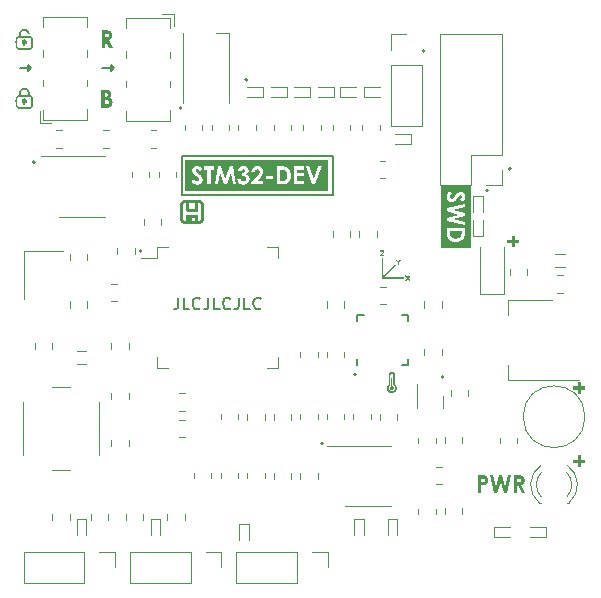
<source format=gbr>
%TF.GenerationSoftware,KiCad,Pcbnew,7.0.5*%
%TF.CreationDate,2023-08-23T03:28:24+02:00*%
%TF.ProjectId,STM32_DevBoard,53544d33-325f-4446-9576-426f6172642e,rev?*%
%TF.SameCoordinates,Original*%
%TF.FileFunction,Legend,Top*%
%TF.FilePolarity,Positive*%
%FSLAX46Y46*%
G04 Gerber Fmt 4.6, Leading zero omitted, Abs format (unit mm)*
G04 Created by KiCad (PCBNEW 7.0.5) date 2023-08-23 03:28:24*
%MOMM*%
%LPD*%
G01*
G04 APERTURE LIST*
%ADD10C,0.200000*%
%ADD11C,0.186803*%
%ADD12C,0.150000*%
%ADD13C,0.120000*%
G04 APERTURE END LIST*
D10*
G36*
X167920207Y-83690177D02*
G01*
X167920090Y-83706863D01*
X167919738Y-83723259D01*
X167919151Y-83739366D01*
X167918329Y-83755184D01*
X167917273Y-83770713D01*
X167915982Y-83785953D01*
X167914457Y-83800904D01*
X167912697Y-83815566D01*
X167908472Y-83844022D01*
X167903309Y-83871322D01*
X167897206Y-83897465D01*
X167890165Y-83922452D01*
X167882185Y-83946283D01*
X167873267Y-83968958D01*
X167863409Y-83990476D01*
X167852613Y-84010838D01*
X167840878Y-84030043D01*
X167828204Y-84048092D01*
X167814591Y-84064985D01*
X167800040Y-84080722D01*
X167782855Y-84097092D01*
X167764823Y-84112407D01*
X167745944Y-84126665D01*
X167726217Y-84139867D01*
X167705644Y-84152013D01*
X167684223Y-84163102D01*
X167661955Y-84173136D01*
X167638839Y-84182113D01*
X167614877Y-84190034D01*
X167590067Y-84196899D01*
X167564410Y-84202708D01*
X167537906Y-84207461D01*
X167510555Y-84211157D01*
X167482356Y-84213798D01*
X167453310Y-84215382D01*
X167438470Y-84215778D01*
X167423417Y-84215910D01*
X167403918Y-84215688D01*
X167384806Y-84215023D01*
X167366080Y-84213914D01*
X167347740Y-84212361D01*
X167329787Y-84210365D01*
X167312220Y-84207925D01*
X167295039Y-84205041D01*
X167278245Y-84201714D01*
X167261838Y-84197943D01*
X167245816Y-84193728D01*
X167230181Y-84189070D01*
X167214933Y-84183968D01*
X167200071Y-84178422D01*
X167185595Y-84172433D01*
X167171506Y-84166000D01*
X167157803Y-84159124D01*
X167144581Y-84151942D01*
X167125655Y-84140687D01*
X167107817Y-84128853D01*
X167091068Y-84116439D01*
X167075407Y-84103445D01*
X167060834Y-84089872D01*
X167047350Y-84075719D01*
X167034954Y-84060986D01*
X167023646Y-84045674D01*
X167013427Y-84029782D01*
X167004296Y-84013311D01*
X166996178Y-83995662D01*
X166988858Y-83976100D01*
X166984421Y-83961997D01*
X166980340Y-83947043D01*
X166976613Y-83931239D01*
X166973241Y-83914586D01*
X166970225Y-83897082D01*
X166967563Y-83878728D01*
X166965256Y-83859524D01*
X166963304Y-83839469D01*
X166961707Y-83818565D01*
X166960464Y-83796811D01*
X166959577Y-83774207D01*
X166959045Y-83750752D01*
X166958867Y-83726448D01*
X166958867Y-83592358D01*
X167920207Y-83592358D01*
X167920207Y-83690177D01*
G37*
G36*
X168739309Y-85021822D02*
G01*
X166139767Y-85021822D01*
X166139767Y-83304762D01*
X166677500Y-83304762D01*
X166677500Y-83592358D01*
X166677500Y-83652076D01*
X166677536Y-83670337D01*
X166677645Y-83688255D01*
X166677828Y-83705831D01*
X166678083Y-83723064D01*
X166678412Y-83739955D01*
X166678813Y-83756502D01*
X166679288Y-83772707D01*
X166679835Y-83788569D01*
X166680455Y-83804088D01*
X166681149Y-83819265D01*
X166682755Y-83848590D01*
X166684652Y-83876544D01*
X166686842Y-83903127D01*
X166689323Y-83928339D01*
X166692097Y-83952179D01*
X166695162Y-83974649D01*
X166698520Y-83995748D01*
X166702169Y-84015476D01*
X166706110Y-84033833D01*
X166710343Y-84050819D01*
X166714869Y-84066434D01*
X166719773Y-84081297D01*
X166725144Y-84096029D01*
X166730982Y-84110629D01*
X166737286Y-84125098D01*
X166744056Y-84139434D01*
X166751293Y-84153640D01*
X166758997Y-84167713D01*
X166767167Y-84181655D01*
X166775804Y-84195465D01*
X166784907Y-84209144D01*
X166794477Y-84222691D01*
X166804513Y-84236106D01*
X166815016Y-84249390D01*
X166825986Y-84262541D01*
X166837422Y-84275562D01*
X166849324Y-84288450D01*
X166861702Y-84301100D01*
X166874472Y-84313403D01*
X166887634Y-84325360D01*
X166901188Y-84336971D01*
X166915134Y-84348235D01*
X166929472Y-84359153D01*
X166944203Y-84369724D01*
X166959325Y-84379950D01*
X166974840Y-84389829D01*
X166990747Y-84399361D01*
X167007046Y-84408548D01*
X167023737Y-84417388D01*
X167040820Y-84425881D01*
X167058295Y-84434029D01*
X167076163Y-84441830D01*
X167094422Y-84449284D01*
X167112989Y-84456338D01*
X167131780Y-84462937D01*
X167150793Y-84469081D01*
X167170030Y-84474769D01*
X167189491Y-84480003D01*
X167209174Y-84484781D01*
X167229081Y-84489105D01*
X167249211Y-84492973D01*
X167269564Y-84496386D01*
X167290141Y-84499344D01*
X167310940Y-84501847D01*
X167331963Y-84503895D01*
X167353210Y-84505488D01*
X167374679Y-84506626D01*
X167396372Y-84507309D01*
X167418288Y-84507536D01*
X167433706Y-84507435D01*
X167449003Y-84507130D01*
X167464177Y-84506622D01*
X167479230Y-84505910D01*
X167494162Y-84504996D01*
X167508972Y-84503878D01*
X167538227Y-84501033D01*
X167566995Y-84497375D01*
X167595276Y-84492904D01*
X167623071Y-84487621D01*
X167650380Y-84481524D01*
X167677202Y-84474615D01*
X167703537Y-84466893D01*
X167729386Y-84458357D01*
X167754748Y-84449009D01*
X167779623Y-84438849D01*
X167804012Y-84427875D01*
X167827915Y-84416088D01*
X167851331Y-84403489D01*
X167874101Y-84390261D01*
X167896067Y-84376590D01*
X167917229Y-84362474D01*
X167937587Y-84347916D01*
X167957140Y-84332913D01*
X167975889Y-84317467D01*
X167993833Y-84301578D01*
X168010974Y-84285245D01*
X168027310Y-84268468D01*
X168042842Y-84251247D01*
X168057569Y-84233583D01*
X168071493Y-84215475D01*
X168084612Y-84196924D01*
X168096926Y-84177929D01*
X168108437Y-84158490D01*
X168119143Y-84138607D01*
X168124214Y-84128389D01*
X168133874Y-84106957D01*
X168142890Y-84084196D01*
X168151262Y-84060108D01*
X168158990Y-84034692D01*
X168166074Y-84007947D01*
X168172514Y-83979874D01*
X168175493Y-83965340D01*
X168178310Y-83950474D01*
X168180967Y-83935275D01*
X168183462Y-83919745D01*
X168185797Y-83903882D01*
X168187970Y-83887688D01*
X168189983Y-83871161D01*
X168191834Y-83854303D01*
X168193525Y-83837112D01*
X168195054Y-83819590D01*
X168196423Y-83801735D01*
X168197630Y-83783549D01*
X168198677Y-83765030D01*
X168199562Y-83746180D01*
X168200287Y-83726997D01*
X168200850Y-83707482D01*
X168201253Y-83687636D01*
X168201494Y-83667457D01*
X168201575Y-83646946D01*
X168201575Y-83304762D01*
X166677500Y-83304762D01*
X166139767Y-83304762D01*
X166139767Y-82747156D01*
X166677500Y-82747156D01*
X168201575Y-83088241D01*
X168201575Y-82803942D01*
X167228878Y-82587421D01*
X168201575Y-82313381D01*
X168201575Y-82073412D01*
X167228878Y-81802302D01*
X168201575Y-81583949D01*
X168201575Y-81299651D01*
X166677500Y-81642568D01*
X166677500Y-81916608D01*
X167662653Y-82190648D01*
X166677500Y-82470184D01*
X166677500Y-82747156D01*
X166139767Y-82747156D01*
X166139767Y-80679396D01*
X166654052Y-80679396D01*
X166654517Y-80705008D01*
X166655913Y-80730006D01*
X166658238Y-80754387D01*
X166661494Y-80778154D01*
X166665680Y-80801305D01*
X166670796Y-80823841D01*
X166676843Y-80845761D01*
X166683819Y-80867066D01*
X166691726Y-80887756D01*
X166700563Y-80907830D01*
X166710331Y-80927289D01*
X166721028Y-80946132D01*
X166732656Y-80964360D01*
X166745214Y-80981973D01*
X166758702Y-80998970D01*
X166773121Y-81015352D01*
X166788296Y-81030968D01*
X166803964Y-81045577D01*
X166820124Y-81059178D01*
X166836776Y-81071772D01*
X166853921Y-81083358D01*
X166871558Y-81093937D01*
X166889687Y-81103508D01*
X166908309Y-81112072D01*
X166927423Y-81119628D01*
X166947029Y-81126177D01*
X166967128Y-81131718D01*
X166987718Y-81136252D01*
X167008802Y-81139778D01*
X167030377Y-81142297D01*
X167052445Y-81143808D01*
X167075005Y-81144312D01*
X167086716Y-81144169D01*
X167104062Y-81143418D01*
X167121144Y-81142022D01*
X167137962Y-81139983D01*
X167154516Y-81137300D01*
X167170806Y-81133972D01*
X167186832Y-81130001D01*
X167202594Y-81125386D01*
X167218091Y-81120126D01*
X167233325Y-81114223D01*
X167248295Y-81107676D01*
X167253271Y-81105336D01*
X167268285Y-81097721D01*
X167283427Y-81089210D01*
X167298699Y-81079805D01*
X167314099Y-81069504D01*
X167329628Y-81058308D01*
X167345286Y-81046217D01*
X167361072Y-81033231D01*
X167376988Y-81019349D01*
X167393032Y-81004573D01*
X167403799Y-80994224D01*
X167414624Y-80983478D01*
X167416920Y-80981176D01*
X167428057Y-80969427D01*
X167438461Y-80957947D01*
X167450623Y-80944182D01*
X167464543Y-80928130D01*
X167474800Y-80916159D01*
X167485838Y-80903171D01*
X167497657Y-80889168D01*
X167510258Y-80874149D01*
X167523641Y-80858113D01*
X167537804Y-80841061D01*
X167552749Y-80822993D01*
X167568476Y-80803910D01*
X167584984Y-80783810D01*
X167594043Y-80772934D01*
X167611563Y-80752008D01*
X167628284Y-80732184D01*
X167644206Y-80713462D01*
X167659330Y-80695843D01*
X167673656Y-80679325D01*
X167687183Y-80663909D01*
X167699911Y-80649595D01*
X167711841Y-80636383D01*
X167722972Y-80624273D01*
X167738171Y-80608174D01*
X167751574Y-80594554D01*
X167763180Y-80583414D01*
X167775860Y-80572418D01*
X167786376Y-80565029D01*
X167799256Y-80557817D01*
X167814641Y-80551681D01*
X167830412Y-80547999D01*
X167846568Y-80546772D01*
X167860311Y-80548034D01*
X167875661Y-80552698D01*
X167890274Y-80560797D01*
X167902214Y-80570474D01*
X167913613Y-80582676D01*
X167917250Y-80587290D01*
X167925318Y-80599526D01*
X167931919Y-80612763D01*
X167937053Y-80627003D01*
X167940721Y-80642244D01*
X167942921Y-80658487D01*
X167943654Y-80675732D01*
X167943494Y-80682987D01*
X167941090Y-80704709D01*
X167937884Y-80719155D01*
X167933396Y-80733572D01*
X167927626Y-80747960D01*
X167920573Y-80762320D01*
X167912239Y-80776651D01*
X167902622Y-80790954D01*
X167891722Y-80805228D01*
X167879541Y-80819473D01*
X167866077Y-80833690D01*
X167851331Y-80847878D01*
X167835302Y-80862037D01*
X167817991Y-80876168D01*
X167799398Y-80890270D01*
X167779523Y-80904344D01*
X167973696Y-81117568D01*
X167991253Y-81102704D01*
X168008112Y-81087972D01*
X168024272Y-81073372D01*
X168039733Y-81058903D01*
X168054497Y-81044567D01*
X168068562Y-81030361D01*
X168081928Y-81016288D01*
X168094596Y-81002346D01*
X168106566Y-80988536D01*
X168117838Y-80974857D01*
X168128411Y-80961310D01*
X168138285Y-80947895D01*
X168147462Y-80934612D01*
X168155940Y-80921460D01*
X168163719Y-80908439D01*
X168170800Y-80895551D01*
X168177366Y-80882685D01*
X168186421Y-80863226D01*
X168194522Y-80843573D01*
X168201671Y-80823727D01*
X168207866Y-80803688D01*
X168213108Y-80783455D01*
X168217397Y-80763030D01*
X168220733Y-80742411D01*
X168223116Y-80721599D01*
X168224546Y-80700594D01*
X168225022Y-80679396D01*
X168224590Y-80657587D01*
X168223293Y-80636216D01*
X168221132Y-80615284D01*
X168218107Y-80594789D01*
X168214217Y-80574732D01*
X168209463Y-80555113D01*
X168203845Y-80535931D01*
X168197362Y-80517188D01*
X168190014Y-80498883D01*
X168181803Y-80481015D01*
X168172727Y-80463586D01*
X168162786Y-80446594D01*
X168151981Y-80430041D01*
X168140312Y-80413925D01*
X168127778Y-80398247D01*
X168114380Y-80383007D01*
X168100424Y-80368500D01*
X168086124Y-80354929D01*
X168071481Y-80342294D01*
X168056495Y-80330594D01*
X168041165Y-80319831D01*
X168025491Y-80310003D01*
X168009474Y-80301112D01*
X167993114Y-80293156D01*
X167976410Y-80286137D01*
X167959362Y-80280053D01*
X167941971Y-80274905D01*
X167924237Y-80270694D01*
X167906159Y-80267418D01*
X167887738Y-80265078D01*
X167868973Y-80263674D01*
X167849865Y-80263206D01*
X167843179Y-80263277D01*
X167823115Y-80264334D01*
X167803045Y-80266660D01*
X167782968Y-80270254D01*
X167762885Y-80275118D01*
X167742795Y-80281250D01*
X167722699Y-80288650D01*
X167702597Y-80297319D01*
X167689192Y-80303804D01*
X167675783Y-80310852D01*
X167662373Y-80318464D01*
X167648959Y-80326640D01*
X167635542Y-80335380D01*
X167621772Y-80345086D01*
X167607298Y-80356160D01*
X167592119Y-80368602D01*
X167576237Y-80382412D01*
X167559650Y-80397590D01*
X167542360Y-80414137D01*
X167524365Y-80432051D01*
X167505666Y-80451334D01*
X167486263Y-80471985D01*
X167476297Y-80482824D01*
X167466156Y-80494004D01*
X167455838Y-80505527D01*
X167445345Y-80517391D01*
X167434675Y-80529598D01*
X167423829Y-80542147D01*
X167412808Y-80555037D01*
X167401610Y-80568270D01*
X167390236Y-80581845D01*
X167378686Y-80595762D01*
X167366961Y-80610021D01*
X167355059Y-80624622D01*
X167342981Y-80639564D01*
X167330727Y-80654849D01*
X167317930Y-80670748D01*
X167305551Y-80685927D01*
X167293590Y-80700389D01*
X167282046Y-80714132D01*
X167270921Y-80727156D01*
X167260213Y-80739462D01*
X167249924Y-80751050D01*
X167240052Y-80761919D01*
X167226028Y-80776876D01*
X167212944Y-80790217D01*
X167200800Y-80801941D01*
X167189597Y-80812048D01*
X167176121Y-80823011D01*
X167166710Y-80829820D01*
X167154162Y-80837857D01*
X167138477Y-80846229D01*
X167122792Y-80852741D01*
X167107107Y-80857392D01*
X167091422Y-80860182D01*
X167075737Y-80861113D01*
X167062022Y-80860323D01*
X167045457Y-80857113D01*
X167029535Y-80851435D01*
X167014258Y-80843289D01*
X166999625Y-80832674D01*
X166988382Y-80822404D01*
X166977552Y-80810554D01*
X166967677Y-80797548D01*
X166959119Y-80783810D01*
X166951878Y-80769338D01*
X166945953Y-80754134D01*
X166941345Y-80738197D01*
X166938053Y-80721528D01*
X166936078Y-80704125D01*
X166935420Y-80685990D01*
X166935626Y-80677116D01*
X166937275Y-80659562D01*
X166940572Y-80642268D01*
X166945518Y-80625235D01*
X166952112Y-80608463D01*
X166960356Y-80591950D01*
X166970247Y-80575699D01*
X166981788Y-80559707D01*
X166994977Y-80543977D01*
X167009815Y-80528506D01*
X167026301Y-80513297D01*
X167044436Y-80498347D01*
X167064220Y-80483658D01*
X167085652Y-80469230D01*
X167108733Y-80455062D01*
X167133463Y-80441154D01*
X167146446Y-80434298D01*
X166994771Y-80192131D01*
X166973110Y-80202938D01*
X166952181Y-80214016D01*
X166931985Y-80225366D01*
X166912522Y-80236988D01*
X166893792Y-80248882D01*
X166875794Y-80261048D01*
X166858529Y-80273486D01*
X166841997Y-80286195D01*
X166826198Y-80299177D01*
X166811131Y-80312431D01*
X166796797Y-80325956D01*
X166783196Y-80339753D01*
X166770327Y-80353823D01*
X166758191Y-80368164D01*
X166746788Y-80382777D01*
X166736118Y-80397662D01*
X166726180Y-80412844D01*
X166716884Y-80428350D01*
X166708228Y-80444180D01*
X166700214Y-80460333D01*
X166692841Y-80476809D01*
X166686109Y-80493609D01*
X166680018Y-80510732D01*
X166674569Y-80528179D01*
X166669760Y-80545949D01*
X166665593Y-80564043D01*
X166662066Y-80582460D01*
X166659181Y-80601200D01*
X166656937Y-80620264D01*
X166655334Y-80639651D01*
X166654373Y-80659362D01*
X166654052Y-80679396D01*
X166139767Y-80679396D01*
X166139767Y-79677845D01*
X168739309Y-79677845D01*
X168739309Y-85021822D01*
G37*
G36*
X172425296Y-84595050D02*
G01*
X172425296Y-84970207D01*
X172167741Y-84970207D01*
X172167741Y-84595050D01*
X171782326Y-84595050D01*
X171782326Y-84337130D01*
X172167741Y-84337130D01*
X172167741Y-83961973D01*
X172425296Y-83961973D01*
X172425296Y-84337130D01*
X172811810Y-84337130D01*
X172811810Y-84595050D01*
X172425296Y-84595050D01*
G37*
G36*
X178025296Y-96995050D02*
G01*
X178025296Y-97370207D01*
X177767741Y-97370207D01*
X177767741Y-96995050D01*
X177382326Y-96995050D01*
X177382326Y-96737130D01*
X177767741Y-96737130D01*
X177767741Y-96361973D01*
X178025296Y-96361973D01*
X178025296Y-96737130D01*
X178411810Y-96737130D01*
X178411810Y-96995050D01*
X178025296Y-96995050D01*
G37*
G36*
X178025296Y-103195050D02*
G01*
X178025296Y-103570207D01*
X177767741Y-103570207D01*
X177767741Y-103195050D01*
X177382326Y-103195050D01*
X177382326Y-102937130D01*
X177767741Y-102937130D01*
X177767741Y-102561973D01*
X178025296Y-102561973D01*
X178025296Y-102937130D01*
X178411810Y-102937130D01*
X178411810Y-103195050D01*
X178025296Y-103195050D01*
G37*
D11*
X156193401Y-101550000D02*
G75*
G03*
X156193401Y-101550000I-93401J0D01*
G01*
X166393401Y-95950000D02*
G75*
G03*
X166393401Y-95950000I-93401J0D01*
G01*
X158993401Y-95750000D02*
G75*
G03*
X158993401Y-95750000I-93401J0D01*
G01*
X170193401Y-80150000D02*
G75*
G03*
X170193401Y-80150000I-93401J0D01*
G01*
X164793401Y-68350000D02*
G75*
G03*
X164793401Y-68350000I-93401J0D01*
G01*
X149793401Y-70750000D02*
G75*
G03*
X149793401Y-70750000I-93401J0D01*
G01*
X144193401Y-73150000D02*
G75*
G03*
X144193401Y-73150000I-93401J0D01*
G01*
X131793401Y-77750000D02*
G75*
G03*
X131793401Y-77750000I-93401J0D01*
G01*
X140843401Y-85250000D02*
G75*
G03*
X140843401Y-85250000I-93401J0D01*
G01*
D12*
X144250000Y-77250000D02*
X157000000Y-77250000D01*
X157000000Y-80500000D01*
X144250000Y-80500000D01*
X144250000Y-77250000D01*
X138500000Y-69750000D02*
X138250000Y-70000000D01*
X138250000Y-69750000D01*
X138250000Y-69500000D01*
X138500000Y-69750000D01*
G36*
X138500000Y-69750000D02*
G01*
X138250000Y-70000000D01*
X138250000Y-69750000D01*
X138250000Y-69500000D01*
X138500000Y-69750000D01*
G37*
X130500000Y-69750000D02*
X131250000Y-69750000D01*
X137500000Y-69750000D02*
X138250000Y-69750000D01*
X131500000Y-69750000D02*
X131250000Y-70000000D01*
X131250000Y-69750000D01*
X131250000Y-69500000D01*
X131500000Y-69750000D01*
G36*
X131500000Y-69750000D02*
G01*
X131250000Y-70000000D01*
X131250000Y-69750000D01*
X131250000Y-69500000D01*
X131500000Y-69750000D01*
G37*
X143916666Y-89204819D02*
X143916666Y-89919104D01*
X143916666Y-89919104D02*
X143869047Y-90061961D01*
X143869047Y-90061961D02*
X143773809Y-90157200D01*
X143773809Y-90157200D02*
X143630952Y-90204819D01*
X143630952Y-90204819D02*
X143535714Y-90204819D01*
X144869047Y-90204819D02*
X144392857Y-90204819D01*
X144392857Y-90204819D02*
X144392857Y-89204819D01*
X145773809Y-90109580D02*
X145726190Y-90157200D01*
X145726190Y-90157200D02*
X145583333Y-90204819D01*
X145583333Y-90204819D02*
X145488095Y-90204819D01*
X145488095Y-90204819D02*
X145345238Y-90157200D01*
X145345238Y-90157200D02*
X145250000Y-90061961D01*
X145250000Y-90061961D02*
X145202381Y-89966723D01*
X145202381Y-89966723D02*
X145154762Y-89776247D01*
X145154762Y-89776247D02*
X145154762Y-89633390D01*
X145154762Y-89633390D02*
X145202381Y-89442914D01*
X145202381Y-89442914D02*
X145250000Y-89347676D01*
X145250000Y-89347676D02*
X145345238Y-89252438D01*
X145345238Y-89252438D02*
X145488095Y-89204819D01*
X145488095Y-89204819D02*
X145583333Y-89204819D01*
X145583333Y-89204819D02*
X145726190Y-89252438D01*
X145726190Y-89252438D02*
X145773809Y-89300057D01*
X146488095Y-89204819D02*
X146488095Y-89919104D01*
X146488095Y-89919104D02*
X146440476Y-90061961D01*
X146440476Y-90061961D02*
X146345238Y-90157200D01*
X146345238Y-90157200D02*
X146202381Y-90204819D01*
X146202381Y-90204819D02*
X146107143Y-90204819D01*
X147440476Y-90204819D02*
X146964286Y-90204819D01*
X146964286Y-90204819D02*
X146964286Y-89204819D01*
X148345238Y-90109580D02*
X148297619Y-90157200D01*
X148297619Y-90157200D02*
X148154762Y-90204819D01*
X148154762Y-90204819D02*
X148059524Y-90204819D01*
X148059524Y-90204819D02*
X147916667Y-90157200D01*
X147916667Y-90157200D02*
X147821429Y-90061961D01*
X147821429Y-90061961D02*
X147773810Y-89966723D01*
X147773810Y-89966723D02*
X147726191Y-89776247D01*
X147726191Y-89776247D02*
X147726191Y-89633390D01*
X147726191Y-89633390D02*
X147773810Y-89442914D01*
X147773810Y-89442914D02*
X147821429Y-89347676D01*
X147821429Y-89347676D02*
X147916667Y-89252438D01*
X147916667Y-89252438D02*
X148059524Y-89204819D01*
X148059524Y-89204819D02*
X148154762Y-89204819D01*
X148154762Y-89204819D02*
X148297619Y-89252438D01*
X148297619Y-89252438D02*
X148345238Y-89300057D01*
X149059524Y-89204819D02*
X149059524Y-89919104D01*
X149059524Y-89919104D02*
X149011905Y-90061961D01*
X149011905Y-90061961D02*
X148916667Y-90157200D01*
X148916667Y-90157200D02*
X148773810Y-90204819D01*
X148773810Y-90204819D02*
X148678572Y-90204819D01*
X150011905Y-90204819D02*
X149535715Y-90204819D01*
X149535715Y-90204819D02*
X149535715Y-89204819D01*
X150916667Y-90109580D02*
X150869048Y-90157200D01*
X150869048Y-90157200D02*
X150726191Y-90204819D01*
X150726191Y-90204819D02*
X150630953Y-90204819D01*
X150630953Y-90204819D02*
X150488096Y-90157200D01*
X150488096Y-90157200D02*
X150392858Y-90061961D01*
X150392858Y-90061961D02*
X150345239Y-89966723D01*
X150345239Y-89966723D02*
X150297620Y-89776247D01*
X150297620Y-89776247D02*
X150297620Y-89633390D01*
X150297620Y-89633390D02*
X150345239Y-89442914D01*
X150345239Y-89442914D02*
X150392858Y-89347676D01*
X150392858Y-89347676D02*
X150488096Y-89252438D01*
X150488096Y-89252438D02*
X150630953Y-89204819D01*
X150630953Y-89204819D02*
X150726191Y-89204819D01*
X150726191Y-89204819D02*
X150869048Y-89252438D01*
X150869048Y-89252438D02*
X150916667Y-89300057D01*
D10*
G36*
X152668935Y-78379909D02*
G01*
X152685332Y-78380261D01*
X152701439Y-78380848D01*
X152717257Y-78381670D01*
X152732786Y-78382726D01*
X152748026Y-78384017D01*
X152762976Y-78385542D01*
X152777638Y-78387302D01*
X152806094Y-78391527D01*
X152833394Y-78396690D01*
X152859538Y-78402793D01*
X152884525Y-78409834D01*
X152908356Y-78417814D01*
X152931030Y-78426732D01*
X152952549Y-78436590D01*
X152972910Y-78447386D01*
X152992116Y-78459121D01*
X153010165Y-78471795D01*
X153027058Y-78485408D01*
X153042794Y-78499959D01*
X153059165Y-78517144D01*
X153074479Y-78535176D01*
X153088737Y-78554055D01*
X153101939Y-78573782D01*
X153114085Y-78594355D01*
X153125175Y-78615776D01*
X153135208Y-78638044D01*
X153144186Y-78661160D01*
X153152107Y-78685122D01*
X153158972Y-78709932D01*
X153164781Y-78735589D01*
X153169533Y-78762093D01*
X153173230Y-78789444D01*
X153175870Y-78817643D01*
X153177455Y-78846689D01*
X153177851Y-78861529D01*
X153177983Y-78876582D01*
X153177761Y-78896081D01*
X153177095Y-78915193D01*
X153175986Y-78933919D01*
X153174434Y-78952259D01*
X153172437Y-78970212D01*
X153169997Y-78987779D01*
X153167113Y-79004960D01*
X153163786Y-79021754D01*
X153160015Y-79038161D01*
X153155801Y-79054183D01*
X153151142Y-79069818D01*
X153146040Y-79085066D01*
X153140495Y-79099928D01*
X153134506Y-79114404D01*
X153128073Y-79128493D01*
X153121196Y-79142196D01*
X153114015Y-79155418D01*
X153102760Y-79174344D01*
X153090925Y-79192182D01*
X153078511Y-79208931D01*
X153065518Y-79224592D01*
X153051944Y-79239165D01*
X153037791Y-79252649D01*
X153023059Y-79265045D01*
X153007746Y-79276353D01*
X152991855Y-79286572D01*
X152975383Y-79295703D01*
X152957734Y-79303821D01*
X152938173Y-79311141D01*
X152924069Y-79315578D01*
X152909116Y-79319659D01*
X152893312Y-79323386D01*
X152876658Y-79326758D01*
X152859154Y-79329774D01*
X152840800Y-79332436D01*
X152821596Y-79334743D01*
X152801542Y-79336695D01*
X152780638Y-79338292D01*
X152758883Y-79339535D01*
X152736279Y-79340422D01*
X152712825Y-79340954D01*
X152688520Y-79341132D01*
X152554431Y-79341132D01*
X152554431Y-78379792D01*
X152652250Y-78379792D01*
X152668935Y-78379909D01*
G37*
G36*
X156587646Y-80160233D02*
G01*
X144527845Y-80160233D01*
X144527845Y-79305228D01*
X145042131Y-79305228D01*
X145052938Y-79326889D01*
X145064016Y-79347818D01*
X145075366Y-79368014D01*
X145086988Y-79387477D01*
X145098882Y-79406207D01*
X145111048Y-79424205D01*
X145123486Y-79441470D01*
X145136195Y-79458002D01*
X145149177Y-79473801D01*
X145162431Y-79488868D01*
X145175956Y-79503202D01*
X145189753Y-79516803D01*
X145203823Y-79529672D01*
X145218164Y-79541808D01*
X145232777Y-79553211D01*
X145247662Y-79563881D01*
X145262844Y-79573819D01*
X145278350Y-79583115D01*
X145294180Y-79591771D01*
X145310333Y-79599785D01*
X145326809Y-79607158D01*
X145343609Y-79613890D01*
X145360732Y-79619981D01*
X145378179Y-79625430D01*
X145395949Y-79630239D01*
X145414043Y-79634406D01*
X145432460Y-79637933D01*
X145451200Y-79640818D01*
X145470264Y-79643062D01*
X145489651Y-79644665D01*
X145509362Y-79645626D01*
X145529396Y-79645947D01*
X145555008Y-79645482D01*
X145580006Y-79644086D01*
X145604387Y-79641761D01*
X145628154Y-79638505D01*
X145651305Y-79634319D01*
X145673841Y-79629203D01*
X145695761Y-79623156D01*
X145717066Y-79616180D01*
X145737756Y-79608273D01*
X145757830Y-79599436D01*
X145777289Y-79589668D01*
X145796132Y-79578971D01*
X145814360Y-79567343D01*
X145831973Y-79554785D01*
X145848970Y-79541297D01*
X145865352Y-79526878D01*
X145880968Y-79511703D01*
X145895577Y-79496035D01*
X145909178Y-79479875D01*
X145921772Y-79463223D01*
X145933358Y-79446078D01*
X145943937Y-79428441D01*
X145953508Y-79410312D01*
X145962072Y-79391690D01*
X145969628Y-79372576D01*
X145976177Y-79352970D01*
X145981718Y-79332871D01*
X145986252Y-79312281D01*
X145989778Y-79291197D01*
X145992297Y-79269622D01*
X145993808Y-79247554D01*
X145994312Y-79224994D01*
X145994169Y-79213283D01*
X145993418Y-79195937D01*
X145992022Y-79178855D01*
X145989983Y-79162037D01*
X145987300Y-79145483D01*
X145983972Y-79129193D01*
X145980001Y-79113167D01*
X145975386Y-79097405D01*
X145970126Y-79081908D01*
X145964223Y-79066674D01*
X145957676Y-79051704D01*
X145955336Y-79046728D01*
X145947721Y-79031714D01*
X145939210Y-79016572D01*
X145929805Y-79001300D01*
X145919504Y-78985900D01*
X145908308Y-78970371D01*
X145896217Y-78954713D01*
X145883231Y-78938927D01*
X145869349Y-78923011D01*
X145854573Y-78906967D01*
X145844224Y-78896200D01*
X145833478Y-78885375D01*
X145831176Y-78883079D01*
X145819427Y-78871942D01*
X145807947Y-78861538D01*
X145794182Y-78849376D01*
X145778130Y-78835456D01*
X145766159Y-78825199D01*
X145753171Y-78814161D01*
X145739168Y-78802342D01*
X145724149Y-78789741D01*
X145708113Y-78776358D01*
X145691061Y-78762195D01*
X145672993Y-78747250D01*
X145653910Y-78731523D01*
X145633810Y-78715015D01*
X145622934Y-78705956D01*
X145602008Y-78688436D01*
X145582184Y-78671715D01*
X145563462Y-78655793D01*
X145545843Y-78640669D01*
X145529325Y-78626343D01*
X145513909Y-78612816D01*
X145499595Y-78600088D01*
X145486383Y-78588158D01*
X145474273Y-78577027D01*
X145458174Y-78561828D01*
X145444554Y-78548425D01*
X145433414Y-78536819D01*
X145422418Y-78524139D01*
X145415029Y-78513623D01*
X145407817Y-78500743D01*
X145401681Y-78485358D01*
X145397999Y-78469587D01*
X145396772Y-78453431D01*
X145398034Y-78439688D01*
X145402698Y-78424338D01*
X145410797Y-78409725D01*
X145420474Y-78397785D01*
X145432676Y-78386386D01*
X145437290Y-78382749D01*
X145449526Y-78374681D01*
X145462763Y-78368080D01*
X145477003Y-78362946D01*
X145492244Y-78359278D01*
X145508487Y-78357078D01*
X145525732Y-78356345D01*
X145532987Y-78356505D01*
X145554709Y-78358909D01*
X145569155Y-78362115D01*
X145583572Y-78366603D01*
X145597960Y-78372373D01*
X145612320Y-78379426D01*
X145626651Y-78387760D01*
X145640954Y-78397377D01*
X145655228Y-78408277D01*
X145669473Y-78420458D01*
X145683690Y-78433922D01*
X145697878Y-78448668D01*
X145712037Y-78464697D01*
X145726168Y-78482008D01*
X145740270Y-78500601D01*
X145754344Y-78520476D01*
X145967568Y-78326303D01*
X145952704Y-78308746D01*
X145937972Y-78291887D01*
X145923372Y-78275727D01*
X145908903Y-78260266D01*
X145894567Y-78245502D01*
X145880361Y-78231437D01*
X145866288Y-78218071D01*
X145852346Y-78205403D01*
X145838536Y-78193433D01*
X145824857Y-78182161D01*
X145811310Y-78171588D01*
X145797895Y-78161714D01*
X145784612Y-78152537D01*
X145771460Y-78144059D01*
X145758439Y-78136280D01*
X145745551Y-78129199D01*
X145732685Y-78122633D01*
X145713226Y-78113578D01*
X145693573Y-78105477D01*
X145673994Y-78098424D01*
X146115579Y-78098424D01*
X146115579Y-78379792D01*
X146384490Y-78379792D01*
X146384490Y-79622500D01*
X146677215Y-79622500D01*
X147030390Y-79622500D01*
X147311392Y-79622500D01*
X147477355Y-78660061D01*
X147795725Y-79622500D01*
X148050348Y-79622500D01*
X148372749Y-78660061D01*
X148535781Y-79622500D01*
X148813852Y-79622500D01*
X148731234Y-79130106D01*
X148924494Y-79130106D01*
X148925463Y-79144915D01*
X148926677Y-79159530D01*
X148929840Y-79188175D01*
X148933982Y-79216041D01*
X148939102Y-79243129D01*
X148945202Y-79269439D01*
X148952280Y-79294970D01*
X148960337Y-79319722D01*
X148969373Y-79343696D01*
X148979388Y-79366892D01*
X148990382Y-79389309D01*
X149002355Y-79410947D01*
X149015306Y-79431807D01*
X149029237Y-79451888D01*
X149044146Y-79471191D01*
X149060034Y-79489715D01*
X149076901Y-79507461D01*
X149094620Y-79524231D01*
X149112971Y-79539919D01*
X149131954Y-79554525D01*
X149151571Y-79568049D01*
X149171820Y-79580491D01*
X149192701Y-79591851D01*
X149214215Y-79602129D01*
X149236361Y-79611325D01*
X149259140Y-79619440D01*
X149282552Y-79626472D01*
X149306596Y-79632423D01*
X149331272Y-79637291D01*
X149356582Y-79641078D01*
X149382523Y-79643783D01*
X149409098Y-79645406D01*
X149436304Y-79645947D01*
X149465107Y-79645396D01*
X149493263Y-79643743D01*
X149520771Y-79640988D01*
X149547633Y-79637131D01*
X149573848Y-79632172D01*
X149599417Y-79626112D01*
X149611984Y-79622500D01*
X150082205Y-79622500D01*
X151132205Y-79622500D01*
X151132205Y-79364579D01*
X150592184Y-79364579D01*
X150762177Y-79185061D01*
X150774806Y-79171813D01*
X150787187Y-79158677D01*
X150799318Y-79145652D01*
X150811201Y-79132739D01*
X150822834Y-79119938D01*
X150834219Y-79107248D01*
X150845354Y-79094670D01*
X150856241Y-79082204D01*
X150866878Y-79069849D01*
X150877267Y-79057606D01*
X150887406Y-79045474D01*
X150897296Y-79033454D01*
X150906938Y-79021546D01*
X150916330Y-79009750D01*
X150934368Y-78986491D01*
X150951410Y-78963679D01*
X150966585Y-78942527D01*
X151393422Y-78942527D01*
X151393422Y-79200448D01*
X151916957Y-79200448D01*
X151916957Y-78942527D01*
X151393422Y-78942527D01*
X150966585Y-78942527D01*
X150967455Y-78941314D01*
X150982505Y-78919395D01*
X150996558Y-78897923D01*
X151009616Y-78876897D01*
X151021677Y-78856317D01*
X151032742Y-78836184D01*
X151042812Y-78816498D01*
X151052128Y-78797071D01*
X151060844Y-78777807D01*
X151068958Y-78758706D01*
X151076471Y-78739768D01*
X151083384Y-78720993D01*
X151089695Y-78702381D01*
X151095405Y-78683933D01*
X151100514Y-78665648D01*
X151105022Y-78647525D01*
X151108929Y-78629566D01*
X151112235Y-78611771D01*
X151114940Y-78594138D01*
X151117043Y-78576668D01*
X151118546Y-78559362D01*
X151119448Y-78542219D01*
X151119748Y-78525239D01*
X151119191Y-78503976D01*
X151117520Y-78482777D01*
X151114735Y-78461644D01*
X151110835Y-78440574D01*
X151105822Y-78419569D01*
X151099694Y-78398628D01*
X151094990Y-78384703D01*
X151089791Y-78370807D01*
X151084096Y-78356940D01*
X151077907Y-78343101D01*
X151071222Y-78329291D01*
X151064042Y-78315509D01*
X151056367Y-78301756D01*
X151048279Y-78288175D01*
X151039858Y-78275000D01*
X151031105Y-78262232D01*
X151022021Y-78249870D01*
X151012604Y-78237914D01*
X151002855Y-78226365D01*
X150992774Y-78215223D01*
X150982362Y-78204487D01*
X150971617Y-78194157D01*
X150960540Y-78184234D01*
X150949131Y-78174717D01*
X150937390Y-78165606D01*
X150925318Y-78156902D01*
X150912913Y-78148605D01*
X150900176Y-78140713D01*
X150887107Y-78133229D01*
X150873790Y-78126175D01*
X150860219Y-78119576D01*
X150846393Y-78113432D01*
X150832313Y-78107744D01*
X150817977Y-78102510D01*
X150805503Y-78098424D01*
X152266835Y-78098424D01*
X152266835Y-78379792D01*
X152266835Y-79622500D01*
X152614148Y-79622500D01*
X152632409Y-79622463D01*
X152650328Y-79622354D01*
X152667904Y-79622171D01*
X152685137Y-79621916D01*
X152702027Y-79621587D01*
X152718575Y-79621186D01*
X152734780Y-79620711D01*
X152750642Y-79620164D01*
X152766161Y-79619544D01*
X152781338Y-79618850D01*
X152810662Y-79617244D01*
X152838616Y-79615347D01*
X152865199Y-79613157D01*
X152890411Y-79610676D01*
X152914252Y-79607902D01*
X152936722Y-79604837D01*
X152957821Y-79601479D01*
X152977549Y-79597830D01*
X152995905Y-79593889D01*
X153012891Y-79589656D01*
X153028506Y-79585130D01*
X153043370Y-79580226D01*
X153058101Y-79574855D01*
X153072702Y-79569017D01*
X153087170Y-79562713D01*
X153101507Y-79555943D01*
X153115712Y-79548706D01*
X153129786Y-79541002D01*
X153143728Y-79532832D01*
X153157538Y-79524195D01*
X153171216Y-79515092D01*
X153184763Y-79505522D01*
X153198179Y-79495486D01*
X153211462Y-79484983D01*
X153224614Y-79474013D01*
X153237634Y-79462577D01*
X153250523Y-79450675D01*
X153263172Y-79438297D01*
X153275476Y-79425527D01*
X153287433Y-79412365D01*
X153299043Y-79398811D01*
X153310308Y-79384865D01*
X153321225Y-79370527D01*
X153331797Y-79355796D01*
X153342022Y-79340674D01*
X153351901Y-79325159D01*
X153361434Y-79309252D01*
X153370620Y-79292953D01*
X153379460Y-79276262D01*
X153387954Y-79259179D01*
X153396101Y-79241704D01*
X153403902Y-79223836D01*
X153411357Y-79205577D01*
X153418411Y-79187010D01*
X153425010Y-79168219D01*
X153431153Y-79149206D01*
X153436842Y-79129969D01*
X153442076Y-79110508D01*
X153446854Y-79090825D01*
X153451177Y-79070918D01*
X153455046Y-79050788D01*
X153458459Y-79030435D01*
X153461417Y-79009858D01*
X153463920Y-78989059D01*
X153465968Y-78968036D01*
X153467561Y-78946789D01*
X153468699Y-78925320D01*
X153469381Y-78903627D01*
X153469609Y-78881711D01*
X153469507Y-78866293D01*
X153469202Y-78850996D01*
X153468694Y-78835822D01*
X153467983Y-78820769D01*
X153467068Y-78805837D01*
X153465951Y-78791027D01*
X153463106Y-78761772D01*
X153459448Y-78733004D01*
X153454977Y-78704723D01*
X153449693Y-78676928D01*
X153443597Y-78649619D01*
X153436687Y-78622797D01*
X153428965Y-78596462D01*
X153420430Y-78570613D01*
X153411082Y-78545251D01*
X153400921Y-78520376D01*
X153389947Y-78495987D01*
X153378161Y-78472084D01*
X153365561Y-78448668D01*
X153352334Y-78425898D01*
X153338662Y-78403932D01*
X153324547Y-78382770D01*
X153309988Y-78362412D01*
X153294986Y-78342859D01*
X153279540Y-78324110D01*
X153263650Y-78306166D01*
X153247317Y-78289025D01*
X153230540Y-78272689D01*
X153213320Y-78257157D01*
X153195656Y-78242430D01*
X153177548Y-78228506D01*
X153158996Y-78215387D01*
X153140001Y-78203073D01*
X153120562Y-78191562D01*
X153100680Y-78180856D01*
X153090462Y-78175785D01*
X153069029Y-78166125D01*
X153046269Y-78157109D01*
X153022181Y-78148737D01*
X152996764Y-78141009D01*
X152970020Y-78133925D01*
X152941947Y-78127485D01*
X152927412Y-78124506D01*
X152912546Y-78121689D01*
X152897348Y-78119032D01*
X152881817Y-78116537D01*
X152865955Y-78114202D01*
X152849760Y-78112029D01*
X152833234Y-78110016D01*
X152816375Y-78108165D01*
X152799185Y-78106474D01*
X152781662Y-78104945D01*
X152763808Y-78103576D01*
X152745621Y-78102369D01*
X152727103Y-78101322D01*
X152708252Y-78100437D01*
X152689070Y-78099712D01*
X152669555Y-78099149D01*
X152649708Y-78098746D01*
X152629530Y-78098505D01*
X152609019Y-78098424D01*
X153736688Y-78098424D01*
X153736688Y-79622500D01*
X154564305Y-79622500D01*
X154564305Y-79341132D01*
X154023185Y-79341132D01*
X154023185Y-78942527D01*
X154564305Y-78942527D01*
X154564305Y-78661160D01*
X154023185Y-78661160D01*
X154023185Y-78379792D01*
X154564305Y-78379792D01*
X154564305Y-78098424D01*
X154712316Y-78098424D01*
X155249040Y-79622500D01*
X155527110Y-79622500D01*
X156073360Y-78098424D01*
X155776605Y-78098424D01*
X155390090Y-79181031D01*
X155009071Y-78098424D01*
X154712316Y-78098424D01*
X154564305Y-78098424D01*
X153736688Y-78098424D01*
X152609019Y-78098424D01*
X152266835Y-78098424D01*
X150805503Y-78098424D01*
X150803387Y-78097731D01*
X150788542Y-78093408D01*
X150773442Y-78089540D01*
X150758088Y-78086127D01*
X150742479Y-78083168D01*
X150726615Y-78080665D01*
X150710496Y-78078618D01*
X150694123Y-78077025D01*
X150677495Y-78075887D01*
X150660612Y-78075204D01*
X150643475Y-78074977D01*
X150615854Y-78075539D01*
X150588864Y-78077227D01*
X150562502Y-78080039D01*
X150536771Y-78083976D01*
X150511669Y-78089037D01*
X150487197Y-78095224D01*
X150463355Y-78102536D01*
X150440143Y-78110972D01*
X150417560Y-78120533D01*
X150395606Y-78131219D01*
X150374283Y-78143030D01*
X150353589Y-78155966D01*
X150333525Y-78170027D01*
X150314090Y-78185212D01*
X150295286Y-78201523D01*
X150277110Y-78218958D01*
X150259808Y-78237375D01*
X150243531Y-78256631D01*
X150228278Y-78276725D01*
X150214050Y-78297658D01*
X150200847Y-78319429D01*
X150188668Y-78342039D01*
X150177514Y-78365488D01*
X150167384Y-78389775D01*
X150158280Y-78414901D01*
X150150200Y-78440866D01*
X150143144Y-78467669D01*
X150137114Y-78495311D01*
X150132107Y-78523792D01*
X150129989Y-78538346D01*
X150128126Y-78553111D01*
X150126520Y-78568085D01*
X150125169Y-78583269D01*
X150124075Y-78598662D01*
X150123237Y-78614265D01*
X150404605Y-78614265D01*
X150405335Y-78599576D01*
X150407278Y-78578273D01*
X150410238Y-78557845D01*
X150414216Y-78538293D01*
X150419211Y-78519617D01*
X150425224Y-78501817D01*
X150432254Y-78484893D01*
X150440302Y-78468844D01*
X150449367Y-78453672D01*
X150459450Y-78439375D01*
X150470551Y-78425954D01*
X150478410Y-78417525D01*
X150490651Y-78405900D01*
X150503432Y-78395500D01*
X150516754Y-78386323D01*
X150530617Y-78378369D01*
X150545021Y-78371640D01*
X150559967Y-78366133D01*
X150575453Y-78361851D01*
X150591480Y-78358792D01*
X150608048Y-78356956D01*
X150625157Y-78356345D01*
X150636475Y-78356565D01*
X150652965Y-78357722D01*
X150668868Y-78359871D01*
X150684186Y-78363011D01*
X150698917Y-78367144D01*
X150713063Y-78372268D01*
X150726622Y-78378384D01*
X150739596Y-78385491D01*
X150751983Y-78393591D01*
X150763784Y-78402682D01*
X150775000Y-78412765D01*
X150778583Y-78416320D01*
X150788652Y-78427339D01*
X150800485Y-78442852D01*
X150810497Y-78459304D01*
X150818688Y-78476695D01*
X150825060Y-78495025D01*
X150828644Y-78509388D01*
X150831204Y-78524280D01*
X150832739Y-78539699D01*
X150833251Y-78555647D01*
X150833031Y-78566121D01*
X150831874Y-78582128D01*
X150829725Y-78598488D01*
X150826585Y-78615203D01*
X150822452Y-78632273D01*
X150817328Y-78649696D01*
X150811212Y-78667474D01*
X150804105Y-78685606D01*
X150796005Y-78704092D01*
X150786914Y-78722932D01*
X150776831Y-78742126D01*
X150773217Y-78748626D01*
X150765320Y-78762015D01*
X150756533Y-78775925D01*
X150746856Y-78790357D01*
X150736288Y-78805309D01*
X150724831Y-78820782D01*
X150712483Y-78836776D01*
X150699245Y-78853291D01*
X150685118Y-78870327D01*
X150670099Y-78887884D01*
X150654191Y-78905962D01*
X150637393Y-78924561D01*
X150619704Y-78943680D01*
X150601126Y-78963321D01*
X150581657Y-78983482D01*
X150561298Y-79004165D01*
X150550785Y-79014701D01*
X150082205Y-79486212D01*
X150082205Y-79622500D01*
X149611984Y-79622500D01*
X149624338Y-79618949D01*
X149648613Y-79610684D01*
X149672240Y-79601318D01*
X149695221Y-79590849D01*
X149717555Y-79579279D01*
X149739242Y-79566606D01*
X149760282Y-79552832D01*
X149780675Y-79537955D01*
X149800422Y-79521977D01*
X149819521Y-79504897D01*
X149837755Y-79486978D01*
X149854813Y-79468575D01*
X149870694Y-79449689D01*
X149885398Y-79430319D01*
X149898927Y-79410465D01*
X149911279Y-79390127D01*
X149922454Y-79369306D01*
X149932453Y-79348001D01*
X149941276Y-79326212D01*
X149948922Y-79303940D01*
X149955393Y-79281184D01*
X149960686Y-79257944D01*
X149964804Y-79234221D01*
X149967744Y-79210013D01*
X149969509Y-79185322D01*
X149970097Y-79160148D01*
X149969794Y-79142979D01*
X149968884Y-79126093D01*
X149967367Y-79109491D01*
X149965243Y-79093172D01*
X149962512Y-79077136D01*
X149959175Y-79061384D01*
X149955231Y-79045915D01*
X149950680Y-79030730D01*
X149945522Y-79015827D01*
X149939758Y-79001209D01*
X149933386Y-78986873D01*
X149926408Y-78972821D01*
X149918823Y-78959052D01*
X149910632Y-78945567D01*
X149901833Y-78932365D01*
X149892428Y-78919446D01*
X149882483Y-78906909D01*
X149872066Y-78894849D01*
X149861177Y-78883267D01*
X149849815Y-78872163D01*
X149837981Y-78861537D01*
X149825675Y-78851389D01*
X149812897Y-78841719D01*
X149799646Y-78832527D01*
X149785923Y-78823813D01*
X149771728Y-78815576D01*
X149757061Y-78807818D01*
X149741921Y-78800538D01*
X149726309Y-78793736D01*
X149710225Y-78787412D01*
X149693668Y-78781566D01*
X149676639Y-78776198D01*
X149689587Y-78769802D01*
X149708272Y-78759753D01*
X149726076Y-78749156D01*
X149742997Y-78738011D01*
X149759036Y-78726320D01*
X149774192Y-78714080D01*
X149788466Y-78701294D01*
X149801858Y-78687960D01*
X149814368Y-78674078D01*
X149825995Y-78659649D01*
X149836741Y-78644673D01*
X149843440Y-78634439D01*
X149852678Y-78618836D01*
X149860944Y-78602931D01*
X149868237Y-78586722D01*
X149874558Y-78570211D01*
X149879906Y-78553397D01*
X149884282Y-78536281D01*
X149887686Y-78518862D01*
X149890117Y-78501140D01*
X149891575Y-78483116D01*
X149892062Y-78464788D01*
X149891568Y-78445128D01*
X149890087Y-78425805D01*
X149887618Y-78406820D01*
X149884162Y-78388172D01*
X149879718Y-78369863D01*
X149874287Y-78351891D01*
X149867869Y-78334257D01*
X149860463Y-78316960D01*
X149852069Y-78300002D01*
X149842688Y-78283381D01*
X149832320Y-78267098D01*
X149820964Y-78251152D01*
X149808621Y-78235545D01*
X149795290Y-78220275D01*
X149780972Y-78205342D01*
X149765666Y-78190748D01*
X149749676Y-78176729D01*
X149733214Y-78163614D01*
X149716280Y-78151404D01*
X149698873Y-78140098D01*
X149680994Y-78129697D01*
X149662643Y-78120200D01*
X149643820Y-78111608D01*
X149624524Y-78103920D01*
X149604756Y-78097136D01*
X149584516Y-78091257D01*
X149563804Y-78086283D01*
X149542619Y-78082213D01*
X149520962Y-78079047D01*
X149498833Y-78076786D01*
X149476231Y-78075429D01*
X149453157Y-78074977D01*
X149427286Y-78075545D01*
X149401969Y-78077249D01*
X149377208Y-78080090D01*
X149353002Y-78084067D01*
X149329352Y-78089181D01*
X149306257Y-78095430D01*
X149283717Y-78102816D01*
X149261732Y-78111338D01*
X149240302Y-78120997D01*
X149219428Y-78131792D01*
X149199109Y-78143723D01*
X149179346Y-78156791D01*
X149160137Y-78170994D01*
X149141484Y-78186334D01*
X149123386Y-78202811D01*
X149105844Y-78220423D01*
X149093781Y-78233783D01*
X149082322Y-78247666D01*
X149071467Y-78262073D01*
X149061216Y-78277004D01*
X149051569Y-78292458D01*
X149042526Y-78308437D01*
X149034087Y-78324939D01*
X149026251Y-78341965D01*
X149019020Y-78359514D01*
X149012392Y-78377588D01*
X149006369Y-78396185D01*
X149000949Y-78415306D01*
X148996134Y-78434951D01*
X148991922Y-78455120D01*
X148988314Y-78475812D01*
X148985310Y-78497028D01*
X149262281Y-78497028D01*
X149267445Y-78481819D01*
X149273593Y-78467330D01*
X149280726Y-78453563D01*
X149288843Y-78440517D01*
X149297945Y-78428192D01*
X149308031Y-78416589D01*
X149319102Y-78405706D01*
X149331158Y-78395546D01*
X149343975Y-78386358D01*
X149357147Y-78378395D01*
X149370674Y-78371657D01*
X149384556Y-78366145D01*
X149398792Y-78361857D01*
X149413384Y-78358795D01*
X149428330Y-78356957D01*
X149443632Y-78356345D01*
X149448002Y-78356381D01*
X149464952Y-78357257D01*
X149481055Y-78359301D01*
X149496310Y-78362512D01*
X149510719Y-78366891D01*
X149527538Y-78374007D01*
X149543033Y-78382948D01*
X149557205Y-78393714D01*
X149562440Y-78398461D01*
X149574050Y-78410992D01*
X149583549Y-78424471D01*
X149590937Y-78438899D01*
X149596214Y-78454274D01*
X149599380Y-78470598D01*
X149600436Y-78487869D01*
X149600184Y-78496002D01*
X149598175Y-78512016D01*
X149594157Y-78527695D01*
X149588129Y-78543040D01*
X149580092Y-78558049D01*
X149571859Y-78570301D01*
X149568243Y-78575091D01*
X149558413Y-78586503D01*
X149547456Y-78597109D01*
X149535372Y-78606910D01*
X149522161Y-78615907D01*
X149507823Y-78624098D01*
X149492358Y-78631484D01*
X149489124Y-78632844D01*
X149475147Y-78638005D01*
X149459511Y-78642719D01*
X149442215Y-78646986D01*
X149423258Y-78650807D01*
X149407951Y-78653380D01*
X149391711Y-78655702D01*
X149374536Y-78657772D01*
X149356428Y-78659592D01*
X149337386Y-78661160D01*
X149337386Y-78919080D01*
X149358189Y-78919565D01*
X149378373Y-78920563D01*
X149397939Y-78922073D01*
X149416887Y-78924095D01*
X149435217Y-78926629D01*
X149452928Y-78929676D01*
X149470021Y-78933235D01*
X149486496Y-78937307D01*
X149502353Y-78941891D01*
X149517592Y-78946987D01*
X149532212Y-78952595D01*
X149546214Y-78958716D01*
X149559597Y-78965349D01*
X149578514Y-78976260D01*
X149596039Y-78988323D01*
X149606909Y-78996867D01*
X149621898Y-79010122D01*
X149635309Y-79023906D01*
X149647142Y-79038218D01*
X149657398Y-79053058D01*
X149666076Y-79068426D01*
X149673176Y-79084322D01*
X149678698Y-79100746D01*
X149682643Y-79117698D01*
X149685010Y-79135178D01*
X149685799Y-79153187D01*
X149685538Y-79164163D01*
X149684171Y-79180231D01*
X149681631Y-79195823D01*
X149677920Y-79210937D01*
X149673036Y-79225575D01*
X149666980Y-79239737D01*
X149659752Y-79253422D01*
X149651352Y-79266630D01*
X149641780Y-79279362D01*
X149631036Y-79291617D01*
X149619120Y-79303396D01*
X149610697Y-79310805D01*
X149597557Y-79321022D01*
X149583812Y-79330164D01*
X149569461Y-79338230D01*
X149554506Y-79345220D01*
X149538944Y-79351136D01*
X149522778Y-79355975D01*
X149506006Y-79359739D01*
X149488629Y-79362428D01*
X149470646Y-79364041D01*
X149452058Y-79364579D01*
X149440054Y-79364353D01*
X149422541Y-79363166D01*
X149405621Y-79360961D01*
X149389294Y-79357739D01*
X149373559Y-79353499D01*
X149358416Y-79348242D01*
X149343866Y-79341968D01*
X149329909Y-79334675D01*
X149316543Y-79326366D01*
X149303771Y-79317038D01*
X149291591Y-79306693D01*
X149280165Y-79295305D01*
X149269519Y-79282848D01*
X149259651Y-79269322D01*
X149250563Y-79254727D01*
X149242255Y-79239063D01*
X149234725Y-79222330D01*
X149227975Y-79204527D01*
X149222004Y-79185656D01*
X149216813Y-79165716D01*
X149212400Y-79144706D01*
X149209891Y-79130106D01*
X148924494Y-79130106D01*
X148731234Y-79130106D01*
X148558129Y-78098424D01*
X148280059Y-78098424D01*
X147924685Y-79161613D01*
X147574441Y-78098424D01*
X147291974Y-78098424D01*
X147030390Y-79622500D01*
X146677215Y-79622500D01*
X146677215Y-78379792D01*
X146953087Y-78379792D01*
X146953087Y-78098424D01*
X146115579Y-78098424D01*
X145673994Y-78098424D01*
X145673727Y-78098328D01*
X145653688Y-78092133D01*
X145633455Y-78086891D01*
X145613030Y-78082602D01*
X145592411Y-78079266D01*
X145571599Y-78076883D01*
X145550594Y-78075453D01*
X145529396Y-78074977D01*
X145507587Y-78075409D01*
X145486216Y-78076706D01*
X145465284Y-78078867D01*
X145444789Y-78081892D01*
X145424732Y-78085782D01*
X145405113Y-78090536D01*
X145385931Y-78096154D01*
X145367188Y-78102637D01*
X145348883Y-78109985D01*
X145331015Y-78118196D01*
X145313586Y-78127272D01*
X145296594Y-78137213D01*
X145280041Y-78148018D01*
X145263925Y-78159687D01*
X145248247Y-78172221D01*
X145233007Y-78185619D01*
X145218500Y-78199575D01*
X145204929Y-78213875D01*
X145192294Y-78228518D01*
X145180594Y-78243504D01*
X145169831Y-78258834D01*
X145160003Y-78274508D01*
X145151112Y-78290525D01*
X145143156Y-78306885D01*
X145136137Y-78323589D01*
X145130053Y-78340637D01*
X145124905Y-78358028D01*
X145120694Y-78375762D01*
X145117418Y-78393840D01*
X145115078Y-78412261D01*
X145113674Y-78431026D01*
X145113206Y-78450134D01*
X145113277Y-78456820D01*
X145114334Y-78476884D01*
X145116660Y-78496954D01*
X145120254Y-78517031D01*
X145125118Y-78537114D01*
X145131250Y-78557204D01*
X145138650Y-78577300D01*
X145147319Y-78597402D01*
X145153804Y-78610807D01*
X145160852Y-78624216D01*
X145168464Y-78637626D01*
X145176640Y-78651040D01*
X145185380Y-78664457D01*
X145195086Y-78678227D01*
X145206160Y-78692701D01*
X145218602Y-78707880D01*
X145232412Y-78723762D01*
X145247590Y-78740349D01*
X145264137Y-78757639D01*
X145282051Y-78775634D01*
X145301334Y-78794333D01*
X145321985Y-78813736D01*
X145332824Y-78823702D01*
X145344004Y-78833843D01*
X145355527Y-78844161D01*
X145367391Y-78854654D01*
X145379598Y-78865324D01*
X145392147Y-78876170D01*
X145405037Y-78887191D01*
X145418270Y-78898389D01*
X145431845Y-78909763D01*
X145445762Y-78921313D01*
X145460021Y-78933038D01*
X145474622Y-78944940D01*
X145489564Y-78957018D01*
X145504849Y-78969272D01*
X145520748Y-78982069D01*
X145535927Y-78994448D01*
X145550389Y-79006409D01*
X145564132Y-79017953D01*
X145577156Y-79029078D01*
X145589462Y-79039786D01*
X145601050Y-79050075D01*
X145611919Y-79059947D01*
X145626876Y-79073971D01*
X145640217Y-79087055D01*
X145651941Y-79099199D01*
X145662048Y-79110402D01*
X145673011Y-79123878D01*
X145679820Y-79133289D01*
X145687857Y-79145837D01*
X145696229Y-79161522D01*
X145702741Y-79177207D01*
X145707392Y-79192892D01*
X145710182Y-79208577D01*
X145711113Y-79224262D01*
X145710323Y-79237977D01*
X145707113Y-79254542D01*
X145701435Y-79270464D01*
X145693289Y-79285741D01*
X145682674Y-79300374D01*
X145672404Y-79311617D01*
X145660554Y-79322447D01*
X145647548Y-79332322D01*
X145633810Y-79340880D01*
X145619338Y-79348121D01*
X145604134Y-79354046D01*
X145588197Y-79358654D01*
X145571528Y-79361946D01*
X145554125Y-79363921D01*
X145535990Y-79364579D01*
X145527116Y-79364373D01*
X145509562Y-79362724D01*
X145492268Y-79359427D01*
X145475235Y-79354481D01*
X145458463Y-79347887D01*
X145441950Y-79339643D01*
X145425699Y-79329752D01*
X145409707Y-79318211D01*
X145393977Y-79305022D01*
X145378506Y-79290184D01*
X145363297Y-79273698D01*
X145348347Y-79255563D01*
X145333658Y-79235779D01*
X145319230Y-79214347D01*
X145305062Y-79191266D01*
X145291154Y-79166536D01*
X145284298Y-79153553D01*
X145042131Y-79305228D01*
X144527845Y-79305228D01*
X144527845Y-77560691D01*
X156587646Y-77560691D01*
X156587646Y-80160233D01*
G37*
G36*
X169593494Y-104248469D02*
G01*
X169608612Y-104248603D01*
X169623459Y-104248827D01*
X169652338Y-104249542D01*
X169680133Y-104250616D01*
X169706844Y-104252047D01*
X169732469Y-104253836D01*
X169757010Y-104255982D01*
X169780466Y-104258487D01*
X169802837Y-104261349D01*
X169824123Y-104264569D01*
X169844325Y-104268147D01*
X169863441Y-104272082D01*
X169881473Y-104276376D01*
X169898421Y-104281027D01*
X169914283Y-104286036D01*
X169929061Y-104291402D01*
X169936043Y-104294220D01*
X169949600Y-104300119D01*
X169969253Y-104309794D01*
X169988089Y-104320461D01*
X170006107Y-104332119D01*
X170023308Y-104344769D01*
X170039690Y-104358411D01*
X170055254Y-104373045D01*
X170070001Y-104388671D01*
X170083929Y-104405288D01*
X170097040Y-104422897D01*
X170105326Y-104435188D01*
X170109333Y-104441498D01*
X170117008Y-104454342D01*
X170124188Y-104467504D01*
X170130873Y-104480984D01*
X170137062Y-104494781D01*
X170142757Y-104508896D01*
X170147956Y-104523329D01*
X170152660Y-104538079D01*
X170156869Y-104553148D01*
X170160583Y-104568533D01*
X170163801Y-104584237D01*
X170166525Y-104600258D01*
X170168753Y-104616597D01*
X170170486Y-104633254D01*
X170171724Y-104650228D01*
X170172467Y-104667521D01*
X170172714Y-104685130D01*
X170172389Y-104704615D01*
X170171415Y-104723684D01*
X170169790Y-104742339D01*
X170167516Y-104760578D01*
X170164593Y-104778403D01*
X170161019Y-104795812D01*
X170156796Y-104812807D01*
X170151923Y-104829386D01*
X170146400Y-104845551D01*
X170140228Y-104861300D01*
X170133406Y-104876634D01*
X170125934Y-104891554D01*
X170117812Y-104906058D01*
X170109041Y-104920147D01*
X170099620Y-104933822D01*
X170089549Y-104947081D01*
X170078968Y-104959885D01*
X170067922Y-104972194D01*
X170056413Y-104984008D01*
X170044441Y-104995326D01*
X170032004Y-105006150D01*
X170019104Y-105016478D01*
X170005741Y-105026311D01*
X169991913Y-105035649D01*
X169977622Y-105044492D01*
X169962867Y-105052840D01*
X169947649Y-105060692D01*
X169931967Y-105068050D01*
X169915821Y-105074912D01*
X169899212Y-105081279D01*
X169882139Y-105087151D01*
X169864602Y-105092527D01*
X169847735Y-105096718D01*
X169828460Y-105100496D01*
X169806777Y-105103862D01*
X169790983Y-105105877D01*
X169774119Y-105107709D01*
X169756184Y-105109357D01*
X169737179Y-105110823D01*
X169717104Y-105112105D01*
X169695958Y-105113204D01*
X169673741Y-105114120D01*
X169650454Y-105114853D01*
X169626096Y-105115402D01*
X169600668Y-105115769D01*
X169574170Y-105115952D01*
X169560519Y-105115975D01*
X169560519Y-105772500D01*
X169272191Y-105772500D01*
X169272191Y-104529792D01*
X169560519Y-104529792D01*
X169560519Y-104834607D01*
X169652110Y-104834607D01*
X169671861Y-104834475D01*
X169690446Y-104834079D01*
X169707865Y-104833419D01*
X169724118Y-104832495D01*
X169739206Y-104831306D01*
X169757510Y-104829312D01*
X169773742Y-104826847D01*
X169791117Y-104823107D01*
X169802686Y-104819586D01*
X169817979Y-104813133D01*
X169831984Y-104805315D01*
X169844701Y-104796132D01*
X169856130Y-104785583D01*
X169866270Y-104773669D01*
X169869364Y-104769394D01*
X169877582Y-104755703D01*
X169884099Y-104741007D01*
X169888916Y-104725306D01*
X169892033Y-104708601D01*
X169893332Y-104693912D01*
X169893545Y-104684764D01*
X169892946Y-104669030D01*
X169891149Y-104654114D01*
X169886890Y-104635498D01*
X169880501Y-104618336D01*
X169871983Y-104602628D01*
X169861336Y-104588374D01*
X169848559Y-104575575D01*
X169833653Y-104564229D01*
X169825401Y-104559101D01*
X169811714Y-104552232D01*
X169795382Y-104546278D01*
X169776405Y-104541241D01*
X169760437Y-104538064D01*
X169742982Y-104535402D01*
X169724038Y-104533255D01*
X169703608Y-104531624D01*
X169681689Y-104530507D01*
X169666250Y-104530049D01*
X169650150Y-104529821D01*
X169641852Y-104529792D01*
X169560519Y-104529792D01*
X169272191Y-104529792D01*
X169272191Y-104248424D01*
X169578105Y-104248424D01*
X169593494Y-104248469D01*
G37*
G36*
X170333182Y-104248424D02*
G01*
X170617480Y-104248424D01*
X170835833Y-105221121D01*
X171106943Y-104248424D01*
X171346912Y-104248424D01*
X171620952Y-105221121D01*
X171837473Y-104248424D01*
X172121772Y-104248424D01*
X171780687Y-105772500D01*
X171503715Y-105772500D01*
X171224180Y-104787346D01*
X170950139Y-105772500D01*
X170676099Y-105772500D01*
X170333182Y-104248424D01*
G37*
G36*
X172678459Y-104248468D02*
G01*
X172693742Y-104248599D01*
X172708744Y-104248817D01*
X172723462Y-104249123D01*
X172752052Y-104249995D01*
X172779510Y-104251218D01*
X172805838Y-104252789D01*
X172831036Y-104254710D01*
X172855103Y-104256979D01*
X172878039Y-104259598D01*
X172899845Y-104262566D01*
X172920521Y-104265884D01*
X172940065Y-104269550D01*
X172958479Y-104273566D01*
X172975763Y-104277931D01*
X172991916Y-104282645D01*
X173006938Y-104287708D01*
X173020830Y-104293121D01*
X173040518Y-104301951D01*
X173059466Y-104311818D01*
X173077673Y-104322722D01*
X173095139Y-104334663D01*
X173111865Y-104347641D01*
X173127850Y-104361655D01*
X173143094Y-104376706D01*
X173157598Y-104392795D01*
X173171362Y-104409920D01*
X173180126Y-104421912D01*
X173188561Y-104434366D01*
X173192655Y-104440765D01*
X173200507Y-104453827D01*
X173207853Y-104467184D01*
X173214692Y-104480835D01*
X173221025Y-104494781D01*
X173226851Y-104509022D01*
X173232171Y-104523558D01*
X173236983Y-104538389D01*
X173241290Y-104553514D01*
X173245089Y-104568934D01*
X173248382Y-104584649D01*
X173251169Y-104600659D01*
X173253448Y-104616964D01*
X173255221Y-104633563D01*
X173256488Y-104650457D01*
X173257248Y-104667646D01*
X173257501Y-104685130D01*
X173257221Y-104703487D01*
X173256379Y-104721463D01*
X173254977Y-104739059D01*
X173253013Y-104756274D01*
X173250489Y-104773108D01*
X173247403Y-104789561D01*
X173243757Y-104805634D01*
X173239549Y-104821326D01*
X173234781Y-104836638D01*
X173229451Y-104851568D01*
X173223561Y-104866119D01*
X173217110Y-104880288D01*
X173210097Y-104894077D01*
X173202524Y-104907485D01*
X173194389Y-104920512D01*
X173185694Y-104933159D01*
X173176479Y-104945426D01*
X173166694Y-104957316D01*
X173156340Y-104968828D01*
X173145417Y-104979962D01*
X173133923Y-104990718D01*
X173121861Y-105001097D01*
X173109228Y-105011097D01*
X173096026Y-105020720D01*
X173082255Y-105029965D01*
X173067913Y-105038832D01*
X173053003Y-105047321D01*
X173037522Y-105055433D01*
X173021472Y-105063167D01*
X173004853Y-105070523D01*
X172987664Y-105077501D01*
X172969905Y-105084101D01*
X173328576Y-105772500D01*
X173013503Y-105772500D01*
X172672418Y-105115975D01*
X172645307Y-105115975D01*
X172645307Y-105772500D01*
X172356978Y-105772500D01*
X172356978Y-104529792D01*
X172645307Y-104529792D01*
X172645307Y-104834607D01*
X172736165Y-104834607D01*
X172753093Y-104834470D01*
X172769349Y-104834057D01*
X172784933Y-104833370D01*
X172799844Y-104832409D01*
X172820949Y-104830451D01*
X172840540Y-104827875D01*
X172858618Y-104824681D01*
X172875183Y-104820868D01*
X172890234Y-104816438D01*
X172907949Y-104809568D01*
X172922972Y-104801600D01*
X172926308Y-104799436D01*
X172938501Y-104789825D01*
X172949068Y-104778759D01*
X172958010Y-104766240D01*
X172965326Y-104752267D01*
X172971016Y-104736839D01*
X172975080Y-104719958D01*
X172977519Y-104701622D01*
X172978281Y-104686917D01*
X172978332Y-104681833D01*
X172977697Y-104666919D01*
X172975258Y-104649849D01*
X172970990Y-104633680D01*
X172964894Y-104618413D01*
X172956968Y-104604048D01*
X172952320Y-104597203D01*
X172942085Y-104584447D01*
X172930613Y-104573109D01*
X172917904Y-104563187D01*
X172903960Y-104554682D01*
X172888779Y-104547593D01*
X172883443Y-104545546D01*
X172868172Y-104541007D01*
X172853417Y-104537930D01*
X172836407Y-104535346D01*
X172817141Y-104533253D01*
X172801212Y-104532007D01*
X172784014Y-104531038D01*
X172765547Y-104530346D01*
X172745812Y-104529930D01*
X172724808Y-104529792D01*
X172645307Y-104529792D01*
X172356978Y-104529792D01*
X172356978Y-104248424D01*
X172662892Y-104248424D01*
X172678459Y-104248468D01*
G37*
G36*
X137764188Y-66578468D02*
G01*
X137779472Y-66578599D01*
X137794473Y-66578817D01*
X137809192Y-66579123D01*
X137837781Y-66579995D01*
X137865240Y-66581218D01*
X137891568Y-66582789D01*
X137916765Y-66584710D01*
X137940832Y-66586979D01*
X137963769Y-66589598D01*
X137985575Y-66592566D01*
X138006250Y-66595884D01*
X138025794Y-66599550D01*
X138044209Y-66603566D01*
X138061492Y-66607931D01*
X138077645Y-66612645D01*
X138092667Y-66617708D01*
X138106559Y-66623121D01*
X138126247Y-66631951D01*
X138145195Y-66641818D01*
X138163402Y-66652722D01*
X138180868Y-66664663D01*
X138197594Y-66677641D01*
X138213579Y-66691655D01*
X138228824Y-66706706D01*
X138243328Y-66722795D01*
X138257091Y-66739920D01*
X138265855Y-66751912D01*
X138274290Y-66764366D01*
X138278384Y-66770765D01*
X138286237Y-66783827D01*
X138293582Y-66797184D01*
X138300422Y-66810835D01*
X138306754Y-66824781D01*
X138312580Y-66839022D01*
X138317900Y-66853558D01*
X138322713Y-66868389D01*
X138327019Y-66883514D01*
X138330818Y-66898934D01*
X138334111Y-66914649D01*
X138336898Y-66930659D01*
X138339178Y-66946964D01*
X138340951Y-66963563D01*
X138342217Y-66980457D01*
X138342977Y-66997646D01*
X138343230Y-67015130D01*
X138342950Y-67033487D01*
X138342108Y-67051463D01*
X138340706Y-67069059D01*
X138338743Y-67086274D01*
X138336218Y-67103108D01*
X138333133Y-67119561D01*
X138329486Y-67135634D01*
X138325279Y-67151326D01*
X138320510Y-67166638D01*
X138315181Y-67181568D01*
X138309290Y-67196119D01*
X138302839Y-67210288D01*
X138295826Y-67224077D01*
X138288253Y-67237485D01*
X138280119Y-67250512D01*
X138271423Y-67263159D01*
X138262208Y-67275426D01*
X138252424Y-67287316D01*
X138242070Y-67298828D01*
X138231146Y-67309962D01*
X138219653Y-67320718D01*
X138207590Y-67331097D01*
X138194957Y-67341097D01*
X138181755Y-67350720D01*
X138167984Y-67359965D01*
X138153643Y-67368832D01*
X138138732Y-67377321D01*
X138123252Y-67385433D01*
X138107202Y-67393167D01*
X138090582Y-67400523D01*
X138073393Y-67407501D01*
X138055635Y-67414101D01*
X138414305Y-68102500D01*
X138099232Y-68102500D01*
X137758147Y-67445975D01*
X137731036Y-67445975D01*
X137731036Y-68102500D01*
X137442707Y-68102500D01*
X137442707Y-66859792D01*
X137731036Y-66859792D01*
X137731036Y-67164607D01*
X137821894Y-67164607D01*
X137838823Y-67164470D01*
X137855079Y-67164057D01*
X137870662Y-67163370D01*
X137885573Y-67162409D01*
X137906678Y-67160451D01*
X137926269Y-67157875D01*
X137944347Y-67154681D01*
X137960912Y-67150868D01*
X137975964Y-67146438D01*
X137993678Y-67139568D01*
X138008702Y-67131600D01*
X138012037Y-67129436D01*
X138024230Y-67119825D01*
X138034798Y-67108759D01*
X138043739Y-67096240D01*
X138051055Y-67082267D01*
X138056745Y-67066839D01*
X138060809Y-67049958D01*
X138063248Y-67031622D01*
X138064010Y-67016917D01*
X138064061Y-67011833D01*
X138063426Y-66996919D01*
X138060987Y-66979849D01*
X138056720Y-66963680D01*
X138050623Y-66948413D01*
X138042698Y-66934048D01*
X138038049Y-66927203D01*
X138027814Y-66914447D01*
X138016342Y-66903109D01*
X138003634Y-66893187D01*
X137989689Y-66884682D01*
X137974508Y-66877593D01*
X137969173Y-66875546D01*
X137953901Y-66871007D01*
X137939146Y-66867930D01*
X137922136Y-66865346D01*
X137902870Y-66863253D01*
X137886941Y-66862007D01*
X137869743Y-66861038D01*
X137851276Y-66860346D01*
X137831541Y-66859930D01*
X137810537Y-66859792D01*
X137731036Y-66859792D01*
X137442707Y-66859792D01*
X137442707Y-66578424D01*
X137748621Y-66578424D01*
X137764188Y-66578468D01*
G37*
G36*
X137686866Y-71618527D02*
G01*
X137711435Y-71618836D01*
X137735134Y-71619351D01*
X137757964Y-71620073D01*
X137779923Y-71621000D01*
X137801011Y-71622134D01*
X137821230Y-71623473D01*
X137840579Y-71625019D01*
X137859057Y-71626770D01*
X137876666Y-71628728D01*
X137893404Y-71630892D01*
X137909272Y-71633262D01*
X137924270Y-71635838D01*
X137945136Y-71640088D01*
X137964043Y-71644802D01*
X137980816Y-71649528D01*
X137997154Y-71654729D01*
X138013056Y-71660404D01*
X138028524Y-71666555D01*
X138043556Y-71673181D01*
X138058153Y-71680282D01*
X138072316Y-71687859D01*
X138086043Y-71695910D01*
X138099335Y-71704437D01*
X138112192Y-71713438D01*
X138124614Y-71722915D01*
X138136601Y-71732867D01*
X138148153Y-71743294D01*
X138159270Y-71754196D01*
X138169952Y-71765574D01*
X138180198Y-71777426D01*
X138189959Y-71789651D01*
X138199089Y-71802144D01*
X138207590Y-71814907D01*
X138215461Y-71827939D01*
X138222702Y-71841239D01*
X138229314Y-71854809D01*
X138235296Y-71868648D01*
X138240648Y-71882756D01*
X138245371Y-71897133D01*
X138249464Y-71911779D01*
X138252927Y-71926694D01*
X138255761Y-71941878D01*
X138257965Y-71957331D01*
X138259539Y-71973053D01*
X138260484Y-71989045D01*
X138260799Y-72005305D01*
X138260477Y-72021237D01*
X138259511Y-72036887D01*
X138257901Y-72052252D01*
X138255647Y-72067335D01*
X138252749Y-72082134D01*
X138249207Y-72096650D01*
X138245021Y-72110882D01*
X138240191Y-72124831D01*
X138234717Y-72138497D01*
X138228599Y-72151879D01*
X138224162Y-72160643D01*
X138216890Y-72173621D01*
X138208813Y-72186450D01*
X138199932Y-72199132D01*
X138190245Y-72211665D01*
X138179753Y-72224050D01*
X138168456Y-72236287D01*
X138156354Y-72248376D01*
X138143447Y-72260317D01*
X138129736Y-72272110D01*
X138115219Y-72283755D01*
X138105094Y-72291435D01*
X138122068Y-72299853D01*
X138138461Y-72308528D01*
X138154274Y-72317461D01*
X138169505Y-72326652D01*
X138184155Y-72336100D01*
X138198225Y-72345806D01*
X138211713Y-72355769D01*
X138224620Y-72365990D01*
X138236946Y-72376469D01*
X138248691Y-72387205D01*
X138259855Y-72398199D01*
X138270438Y-72409450D01*
X138280441Y-72420959D01*
X138289862Y-72432726D01*
X138298701Y-72444750D01*
X138306960Y-72457032D01*
X138314724Y-72469584D01*
X138321987Y-72482420D01*
X138328749Y-72495539D01*
X138335010Y-72508941D01*
X138340770Y-72522627D01*
X138346030Y-72536596D01*
X138350788Y-72550848D01*
X138355046Y-72565384D01*
X138358802Y-72580203D01*
X138362058Y-72595306D01*
X138364813Y-72610692D01*
X138367067Y-72626361D01*
X138368820Y-72642314D01*
X138370072Y-72658549D01*
X138370824Y-72675069D01*
X138371074Y-72691871D01*
X138370817Y-72708040D01*
X138370044Y-72724031D01*
X138368756Y-72739845D01*
X138366953Y-72755481D01*
X138364634Y-72770940D01*
X138361801Y-72786222D01*
X138358452Y-72801326D01*
X138354588Y-72816252D01*
X138350209Y-72831001D01*
X138345314Y-72845573D01*
X138339905Y-72859967D01*
X138333980Y-72874183D01*
X138327540Y-72888223D01*
X138320585Y-72902084D01*
X138313114Y-72915769D01*
X138305129Y-72929275D01*
X138296737Y-72942437D01*
X138288047Y-72955179D01*
X138279059Y-72967499D01*
X138269774Y-72979399D01*
X138260192Y-72990878D01*
X138250311Y-73001936D01*
X138240133Y-73012573D01*
X138224308Y-73027741D01*
X138207813Y-73041961D01*
X138190648Y-73055235D01*
X138172814Y-73067562D01*
X138154310Y-73078943D01*
X138135136Y-73089377D01*
X138121821Y-73095810D01*
X138107887Y-73101827D01*
X138093336Y-73107430D01*
X138078166Y-73112618D01*
X138062378Y-73117391D01*
X138045972Y-73121748D01*
X138028947Y-73125691D01*
X138011304Y-73129219D01*
X137993043Y-73132331D01*
X137974164Y-73135029D01*
X137954667Y-73137312D01*
X137934551Y-73139179D01*
X137913817Y-73140632D01*
X137892465Y-73141669D01*
X137870495Y-73142292D01*
X137847906Y-73142500D01*
X137423290Y-73142500D01*
X137423290Y-72462527D01*
X137711618Y-72462527D01*
X137711618Y-72861132D01*
X137783792Y-72861132D01*
X137805774Y-72860950D01*
X137826840Y-72860405D01*
X137846990Y-72859496D01*
X137866224Y-72858224D01*
X137884542Y-72856588D01*
X137901945Y-72854589D01*
X137918431Y-72852226D01*
X137934002Y-72849500D01*
X137948656Y-72846410D01*
X137968921Y-72841094D01*
X137987124Y-72834960D01*
X138003267Y-72828008D01*
X138017349Y-72820238D01*
X138025593Y-72814603D01*
X138040190Y-72802313D01*
X138052841Y-72788706D01*
X138063546Y-72773782D01*
X138072304Y-72757542D01*
X138079116Y-72739985D01*
X138083982Y-72721112D01*
X138086354Y-72706093D01*
X138087631Y-72690333D01*
X138087875Y-72679415D01*
X138087231Y-72660901D01*
X138085299Y-72643141D01*
X138082079Y-72626134D01*
X138077571Y-72609880D01*
X138071775Y-72594380D01*
X138064691Y-72579634D01*
X138056319Y-72565641D01*
X138046659Y-72552401D01*
X138035711Y-72539915D01*
X138023475Y-72528182D01*
X138014602Y-72520779D01*
X138000013Y-72510369D01*
X137983724Y-72500983D01*
X137965735Y-72492620D01*
X137946046Y-72485282D01*
X137931975Y-72480959D01*
X137917149Y-72477090D01*
X137901567Y-72473677D01*
X137885229Y-72470719D01*
X137868136Y-72468216D01*
X137850287Y-72466168D01*
X137831683Y-72464575D01*
X137812323Y-72463438D01*
X137792207Y-72462755D01*
X137771336Y-72462527D01*
X137711618Y-72462527D01*
X137423290Y-72462527D01*
X137423290Y-71899792D01*
X137711618Y-71899792D01*
X137711618Y-72204607D01*
X137774633Y-72204607D01*
X137793872Y-72204237D01*
X137812157Y-72203126D01*
X137829489Y-72201274D01*
X137845868Y-72198682D01*
X137861294Y-72195349D01*
X137875767Y-72191276D01*
X137893581Y-72184693D01*
X137909701Y-72176793D01*
X137924127Y-72167577D01*
X137930704Y-72162475D01*
X137942640Y-72151381D01*
X137952984Y-72139348D01*
X137961737Y-72126377D01*
X137968898Y-72112466D01*
X137974468Y-72097617D01*
X137978446Y-72081829D01*
X137980833Y-72065102D01*
X137981629Y-72047437D01*
X137980873Y-72030847D01*
X137978606Y-72015151D01*
X137974828Y-72000347D01*
X137969539Y-71986437D01*
X137962738Y-71973420D01*
X137954426Y-71961295D01*
X137944603Y-71950064D01*
X137933269Y-71939726D01*
X137920389Y-71930366D01*
X137905929Y-71922255D01*
X137889889Y-71915391D01*
X137872269Y-71909775D01*
X137853069Y-71905408D01*
X137837633Y-71902951D01*
X137821307Y-71901196D01*
X137804093Y-71900143D01*
X137785990Y-71899792D01*
X137711618Y-71899792D01*
X137423290Y-71899792D01*
X137423290Y-71618424D01*
X137661427Y-71618424D01*
X137686866Y-71618527D01*
G37*
%TO.C,G\u002A\u002A\u002A*%
G36*
X162032032Y-95501347D02*
G01*
X162053207Y-95502887D01*
X162070723Y-95505361D01*
X162077984Y-95507094D01*
X162121436Y-95523201D01*
X162159852Y-95544214D01*
X162193239Y-95570140D01*
X162221605Y-95600985D01*
X162244959Y-95636756D01*
X162253596Y-95653943D01*
X162257225Y-95661661D01*
X162260477Y-95668527D01*
X162263372Y-95674948D01*
X162265933Y-95681332D01*
X162268181Y-95688086D01*
X162270139Y-95695617D01*
X162271827Y-95704332D01*
X162273268Y-95714638D01*
X162274483Y-95726942D01*
X162275495Y-95741653D01*
X162276324Y-95759176D01*
X162276993Y-95779920D01*
X162277522Y-95804291D01*
X162277935Y-95832696D01*
X162278253Y-95865543D01*
X162278497Y-95903239D01*
X162278690Y-95946192D01*
X162278852Y-95994807D01*
X162279006Y-96049493D01*
X162279173Y-96110657D01*
X162279241Y-96134416D01*
X162280433Y-96543429D01*
X162311111Y-96573923D01*
X162347524Y-96614936D01*
X162378121Y-96659650D01*
X162402651Y-96707583D01*
X162420866Y-96758255D01*
X162431784Y-96806590D01*
X162433996Y-96825611D01*
X162435325Y-96849013D01*
X162435775Y-96874574D01*
X162435349Y-96900071D01*
X162434051Y-96923283D01*
X162431883Y-96941989D01*
X162431584Y-96943716D01*
X162418607Y-96996698D01*
X162399565Y-97046811D01*
X162374873Y-97093626D01*
X162344946Y-97136713D01*
X162310198Y-97175643D01*
X162271044Y-97209988D01*
X162227899Y-97239318D01*
X162181178Y-97263204D01*
X162131294Y-97281217D01*
X162097322Y-97289583D01*
X162073729Y-97293220D01*
X162045889Y-97295720D01*
X162016514Y-97296963D01*
X161988315Y-97296832D01*
X161965470Y-97295365D01*
X161913907Y-97286489D01*
X161864271Y-97271163D01*
X161817093Y-97249833D01*
X161772904Y-97222942D01*
X161732237Y-97190932D01*
X161695623Y-97154249D01*
X161663594Y-97113336D01*
X161636680Y-97068636D01*
X161615414Y-97020594D01*
X161607363Y-96996457D01*
X161599655Y-96968355D01*
X161594488Y-96943065D01*
X161591443Y-96917711D01*
X161590102Y-96889417D01*
X161589949Y-96876911D01*
X161590106Y-96869882D01*
X161738692Y-96869882D01*
X161741101Y-96911654D01*
X161749984Y-96952846D01*
X161756540Y-96972010D01*
X161775308Y-97011143D01*
X161799706Y-97046450D01*
X161829161Y-97077425D01*
X161863105Y-97103560D01*
X161900966Y-97124351D01*
X161942175Y-97139290D01*
X161946204Y-97140376D01*
X161973650Y-97145405D01*
X162004672Y-97147553D01*
X162036429Y-97146816D01*
X162066081Y-97143191D01*
X162078300Y-97140535D01*
X162119935Y-97126500D01*
X162157633Y-97107039D01*
X162191104Y-97082738D01*
X162220058Y-97054183D01*
X162244206Y-97021960D01*
X162263257Y-96986656D01*
X162276922Y-96948856D01*
X162284911Y-96909146D01*
X162286935Y-96868114D01*
X162282703Y-96826343D01*
X162271926Y-96784422D01*
X162264301Y-96764318D01*
X162247201Y-96731174D01*
X162224422Y-96699883D01*
X162195481Y-96669852D01*
X162167910Y-96646606D01*
X162162497Y-96642643D01*
X162157634Y-96639374D01*
X162153290Y-96636423D01*
X162149435Y-96633417D01*
X162146038Y-96629981D01*
X162143069Y-96625741D01*
X162140497Y-96620324D01*
X162138291Y-96613353D01*
X162136422Y-96604457D01*
X162134859Y-96593259D01*
X162133571Y-96579386D01*
X162132528Y-96562463D01*
X162131700Y-96542117D01*
X162131055Y-96517974D01*
X162130564Y-96489658D01*
X162130195Y-96456795D01*
X162129919Y-96419012D01*
X162129706Y-96375934D01*
X162129523Y-96327187D01*
X162129342Y-96272396D01*
X162129131Y-96211188D01*
X162128966Y-96168425D01*
X162127208Y-95735950D01*
X162118038Y-95716612D01*
X162103963Y-95694301D01*
X162084886Y-95674741D01*
X162062910Y-95660034D01*
X162053641Y-95655856D01*
X162044387Y-95653300D01*
X162032963Y-95651997D01*
X162017184Y-95651576D01*
X162012936Y-95651565D01*
X161996008Y-95651832D01*
X161983889Y-95652890D01*
X161974366Y-95655120D01*
X161965229Y-95658905D01*
X161962414Y-95660308D01*
X161939598Y-95675661D01*
X161920380Y-95695977D01*
X161907786Y-95716612D01*
X161898665Y-95735950D01*
X161896907Y-96168425D01*
X161896661Y-96233942D01*
X161896464Y-96292801D01*
X161896286Y-96345377D01*
X161896096Y-96392045D01*
X161895863Y-96433177D01*
X161895557Y-96469149D01*
X161895148Y-96500335D01*
X161894606Y-96527109D01*
X161893898Y-96549845D01*
X161892996Y-96568918D01*
X161891869Y-96584702D01*
X161890485Y-96597570D01*
X161888816Y-96607898D01*
X161886830Y-96616060D01*
X161884496Y-96622429D01*
X161881785Y-96627381D01*
X161878665Y-96631289D01*
X161875107Y-96634527D01*
X161871080Y-96637470D01*
X161866553Y-96640492D01*
X161861496Y-96643967D01*
X161857963Y-96646606D01*
X161844023Y-96657991D01*
X161829394Y-96670784D01*
X161817524Y-96681943D01*
X161790234Y-96713921D01*
X161768527Y-96749550D01*
X161752583Y-96787984D01*
X161742578Y-96828377D01*
X161738692Y-96869882D01*
X161590106Y-96869882D01*
X161590723Y-96842257D01*
X161593689Y-96811494D01*
X161599276Y-96781706D01*
X161607910Y-96749976D01*
X161609161Y-96745933D01*
X161628138Y-96696410D01*
X161653091Y-96650329D01*
X161684243Y-96607330D01*
X161714762Y-96573923D01*
X161745440Y-96543429D01*
X161746632Y-96134416D01*
X161746821Y-96071664D01*
X161747008Y-96015550D01*
X161747199Y-95965681D01*
X161747400Y-95921662D01*
X161747618Y-95883101D01*
X161747859Y-95849603D01*
X161748131Y-95820774D01*
X161748440Y-95796221D01*
X161748792Y-95775550D01*
X161749193Y-95758367D01*
X161749652Y-95744279D01*
X161750173Y-95732891D01*
X161750764Y-95723810D01*
X161751431Y-95716642D01*
X161752180Y-95710994D01*
X161753019Y-95706471D01*
X161753828Y-95703140D01*
X161761084Y-95681012D01*
X161771100Y-95656858D01*
X161782554Y-95633583D01*
X161794122Y-95614093D01*
X161794963Y-95612857D01*
X161818996Y-95583671D01*
X161848528Y-95557351D01*
X161882318Y-95534739D01*
X161919131Y-95516677D01*
X161953163Y-95505183D01*
X161967764Y-95502660D01*
X161987190Y-95501201D01*
X162009320Y-95500775D01*
X162032032Y-95501347D01*
G37*
G36*
X162029850Y-96054900D02*
G01*
X162044595Y-96063898D01*
X162054180Y-96074891D01*
X162062161Y-96086838D01*
X162062161Y-96397489D01*
X162062180Y-96453353D01*
X162062239Y-96502549D01*
X162062343Y-96545442D01*
X162062499Y-96582395D01*
X162062710Y-96613775D01*
X162062983Y-96639944D01*
X162063322Y-96661267D01*
X162063732Y-96678109D01*
X162064219Y-96690833D01*
X162064787Y-96699805D01*
X162065443Y-96705389D01*
X162066190Y-96707948D01*
X162066556Y-96708211D01*
X162074419Y-96710343D01*
X162086006Y-96715865D01*
X162099590Y-96723730D01*
X162113441Y-96732887D01*
X162125832Y-96742288D01*
X162132478Y-96748222D01*
X162155534Y-96774901D01*
X162171936Y-96803394D01*
X162181974Y-96834383D01*
X162185934Y-96868549D01*
X162186024Y-96875153D01*
X162183178Y-96908932D01*
X162174459Y-96939436D01*
X162159512Y-96967498D01*
X162137981Y-96993952D01*
X162133304Y-96998681D01*
X162107739Y-97019458D01*
X162078584Y-97034716D01*
X162051388Y-97043465D01*
X162023283Y-97048257D01*
X161996691Y-97047748D01*
X161970744Y-97042537D01*
X161941324Y-97032309D01*
X161916401Y-97018505D01*
X161893858Y-96999939D01*
X161892553Y-96998666D01*
X161869782Y-96972414D01*
X161853660Y-96944700D01*
X161843833Y-96914693D01*
X161839945Y-96881562D01*
X161839849Y-96875153D01*
X161842736Y-96840336D01*
X161851648Y-96808820D01*
X161866872Y-96779925D01*
X161888697Y-96752967D01*
X161893395Y-96748222D01*
X161903831Y-96739248D01*
X161916890Y-96729811D01*
X161930844Y-96720962D01*
X161943964Y-96713748D01*
X161954522Y-96709220D01*
X161959317Y-96708211D01*
X161960107Y-96706888D01*
X161960804Y-96702704D01*
X161961411Y-96695294D01*
X161961935Y-96684293D01*
X161962379Y-96669337D01*
X161962750Y-96650061D01*
X161963053Y-96626102D01*
X161963292Y-96597093D01*
X161963473Y-96562671D01*
X161963602Y-96522471D01*
X161963682Y-96476129D01*
X161963720Y-96423280D01*
X161963725Y-96397848D01*
X161963731Y-96344023D01*
X161963751Y-96296781D01*
X161963795Y-96255676D01*
X161963872Y-96220258D01*
X161963992Y-96190082D01*
X161964164Y-96164697D01*
X161964398Y-96143657D01*
X161964703Y-96126513D01*
X161965089Y-96112818D01*
X161965565Y-96102123D01*
X161966142Y-96093980D01*
X161966829Y-96087942D01*
X161967634Y-96083561D01*
X161968569Y-96080388D01*
X161969641Y-96077976D01*
X161970589Y-96076320D01*
X161982654Y-96062401D01*
X161997483Y-96054176D01*
X162013681Y-96051668D01*
X162029850Y-96054900D01*
G37*
G36*
X145796091Y-80957093D02*
G01*
X145839299Y-80968363D01*
X145880047Y-80984046D01*
X145918121Y-81003933D01*
X145953305Y-81027811D01*
X145985384Y-81055469D01*
X146014144Y-81086696D01*
X146039370Y-81121279D01*
X146060847Y-81159008D01*
X146078359Y-81199672D01*
X146091692Y-81243058D01*
X146093238Y-81249444D01*
X146098655Y-81272581D01*
X146099477Y-81938431D01*
X146099564Y-82015393D01*
X146099629Y-82087304D01*
X146099672Y-82154255D01*
X146099691Y-82216337D01*
X146099687Y-82273643D01*
X146099660Y-82326261D01*
X146099610Y-82374285D01*
X146099535Y-82417804D01*
X146099437Y-82456910D01*
X146099314Y-82491693D01*
X146099166Y-82522246D01*
X146098993Y-82548658D01*
X146098796Y-82571021D01*
X146098572Y-82589426D01*
X146098323Y-82603965D01*
X146098048Y-82614727D01*
X146097747Y-82621804D01*
X146097491Y-82624848D01*
X146089356Y-82667248D01*
X146076723Y-82707566D01*
X146059366Y-82746424D01*
X146042184Y-82776466D01*
X146016914Y-82811980D01*
X145988022Y-82843939D01*
X145955745Y-82872181D01*
X145920322Y-82896547D01*
X145881990Y-82916878D01*
X145840987Y-82933013D01*
X145797552Y-82944793D01*
X145788988Y-82946537D01*
X145786254Y-82947032D01*
X145783250Y-82947492D01*
X145779782Y-82947918D01*
X145775656Y-82948310D01*
X145770681Y-82948672D01*
X145764661Y-82949003D01*
X145757405Y-82949306D01*
X145748719Y-82949581D01*
X145738410Y-82949831D01*
X145726284Y-82950056D01*
X145712149Y-82950259D01*
X145695810Y-82950440D01*
X145677075Y-82950601D01*
X145655751Y-82950743D01*
X145631645Y-82950868D01*
X145604562Y-82950978D01*
X145574310Y-82951073D01*
X145540696Y-82951155D01*
X145503526Y-82951226D01*
X145462608Y-82951286D01*
X145417747Y-82951338D01*
X145368751Y-82951383D01*
X145315427Y-82951422D01*
X145257581Y-82951457D01*
X145195020Y-82951489D01*
X145127551Y-82951519D01*
X145112854Y-82951525D01*
X145055176Y-82951546D01*
X144998775Y-82951560D01*
X144943872Y-82951566D01*
X144890689Y-82951566D01*
X144839446Y-82951560D01*
X144790365Y-82951546D01*
X144743668Y-82951527D01*
X144699575Y-82951502D01*
X144658309Y-82951471D01*
X144620089Y-82951434D01*
X144585139Y-82951392D01*
X144553679Y-82951344D01*
X144525930Y-82951292D01*
X144502113Y-82951235D01*
X144482451Y-82951173D01*
X144467164Y-82951107D01*
X144456473Y-82951037D01*
X144450601Y-82950962D01*
X144449575Y-82950927D01*
X144412445Y-82946129D01*
X144375073Y-82937530D01*
X144338637Y-82925528D01*
X144304313Y-82910520D01*
X144273278Y-82892906D01*
X144268142Y-82889496D01*
X144232166Y-82862151D01*
X144200384Y-82831903D01*
X144172734Y-82798659D01*
X144149151Y-82762326D01*
X144129572Y-82722812D01*
X144113933Y-82680025D01*
X144106910Y-82654746D01*
X144101385Y-82632561D01*
X144100621Y-81962854D01*
X144100543Y-81893490D01*
X144100472Y-81829075D01*
X144100410Y-81769416D01*
X144100368Y-81725054D01*
X144349339Y-81725054D01*
X144349346Y-81781250D01*
X144349358Y-81842085D01*
X144349369Y-81907752D01*
X144349375Y-81951183D01*
X144349393Y-82030006D01*
X144349431Y-82103703D01*
X144349489Y-82172287D01*
X144349568Y-82235776D01*
X144349667Y-82294183D01*
X144349786Y-82347524D01*
X144349926Y-82395813D01*
X144350086Y-82439067D01*
X144350267Y-82477299D01*
X144350469Y-82510525D01*
X144350691Y-82538760D01*
X144350934Y-82562019D01*
X144351198Y-82580318D01*
X144351482Y-82593670D01*
X144351788Y-82602092D01*
X144352087Y-82605496D01*
X144359393Y-82627002D01*
X144370746Y-82647258D01*
X144385337Y-82665128D01*
X144402353Y-82679472D01*
X144406824Y-82682333D01*
X144416384Y-82687830D01*
X144425326Y-82692249D01*
X144434358Y-82695699D01*
X144444189Y-82698294D01*
X144455527Y-82700144D01*
X144469079Y-82701362D01*
X144485554Y-82702058D01*
X144505660Y-82702345D01*
X144530105Y-82702334D01*
X144533622Y-82702317D01*
X144598387Y-82701974D01*
X144599480Y-82502733D01*
X144599691Y-82465685D01*
X144599782Y-82451316D01*
X145100000Y-82451316D01*
X145100000Y-82577288D01*
X145100000Y-82703259D01*
X145224258Y-82703259D01*
X145249030Y-82703238D01*
X145272201Y-82703176D01*
X145293270Y-82703079D01*
X145311737Y-82702950D01*
X145327099Y-82702794D01*
X145338858Y-82702615D01*
X145346511Y-82702417D01*
X145349559Y-82702205D01*
X145349587Y-82702189D01*
X145349786Y-82699484D01*
X145349945Y-82692136D01*
X145350063Y-82680645D01*
X145350138Y-82665512D01*
X145350169Y-82647234D01*
X145350154Y-82626312D01*
X145350091Y-82603245D01*
X145349980Y-82578532D01*
X145349967Y-82576218D01*
X145349276Y-82451316D01*
X145224638Y-82451316D01*
X145100000Y-82451316D01*
X144599782Y-82451316D01*
X144599896Y-82433422D01*
X144600105Y-82405588D01*
X144600327Y-82381828D01*
X144600571Y-82361784D01*
X144600846Y-82345101D01*
X144601163Y-82331421D01*
X144601529Y-82320390D01*
X144601955Y-82311651D01*
X144602450Y-82304847D01*
X144603023Y-82299622D01*
X144603684Y-82295621D01*
X144604441Y-82292486D01*
X144605026Y-82290638D01*
X144615823Y-82266724D01*
X144630385Y-82245927D01*
X144648306Y-82228633D01*
X144669182Y-82215228D01*
X144692609Y-82206097D01*
X144694144Y-82205678D01*
X144696644Y-82205176D01*
X144700348Y-82204720D01*
X144705493Y-82204309D01*
X144712312Y-82203941D01*
X144721042Y-82203612D01*
X144731918Y-82203322D01*
X144745175Y-82203067D01*
X144761049Y-82202847D01*
X144779775Y-82202658D01*
X144801588Y-82202498D01*
X144826725Y-82202367D01*
X144855419Y-82202260D01*
X144887907Y-82202178D01*
X144924424Y-82202116D01*
X144965205Y-82202073D01*
X145010486Y-82202047D01*
X145060502Y-82202037D01*
X145100000Y-82202037D01*
X145159029Y-82202059D01*
X145213617Y-82202116D01*
X145263703Y-82202206D01*
X145309227Y-82202329D01*
X145350127Y-82202486D01*
X145386343Y-82202675D01*
X145417813Y-82202897D01*
X145444476Y-82203150D01*
X145466272Y-82203434D01*
X145483139Y-82203750D01*
X145495016Y-82204096D01*
X145501843Y-82204472D01*
X145503329Y-82204668D01*
X145524036Y-82211917D01*
X145543886Y-82223537D01*
X145562012Y-82238759D01*
X145577549Y-82256812D01*
X145589631Y-82276926D01*
X145592887Y-82284321D01*
X145593729Y-82286727D01*
X145594467Y-82289685D01*
X145595111Y-82293545D01*
X145595671Y-82298659D01*
X145596155Y-82305379D01*
X145596574Y-82314054D01*
X145596938Y-82325037D01*
X145597255Y-82338678D01*
X145597536Y-82355328D01*
X145597790Y-82375339D01*
X145598026Y-82399062D01*
X145598255Y-82426847D01*
X145598485Y-82459047D01*
X145598727Y-82496012D01*
X145598745Y-82498877D01*
X145600031Y-82701974D01*
X145660446Y-82702799D01*
X145686539Y-82702992D01*
X145708204Y-82702738D01*
X145726139Y-82701953D01*
X145741044Y-82700556D01*
X145753619Y-82698465D01*
X145764564Y-82695596D01*
X145774578Y-82691867D01*
X145781785Y-82688514D01*
X145798691Y-82678030D01*
X145814704Y-82664397D01*
X145828191Y-82649123D01*
X145834129Y-82640247D01*
X145838436Y-82631421D01*
X145842778Y-82620158D01*
X145845881Y-82610086D01*
X145846390Y-82608018D01*
X145846861Y-82605705D01*
X145847297Y-82602953D01*
X145847698Y-82599571D01*
X145848066Y-82595363D01*
X145848403Y-82590138D01*
X145848709Y-82583702D01*
X145848987Y-82575862D01*
X145849237Y-82566425D01*
X145849461Y-82555197D01*
X145849660Y-82541986D01*
X145849836Y-82526598D01*
X145849990Y-82508840D01*
X145850123Y-82488519D01*
X145850237Y-82465441D01*
X145850334Y-82439415D01*
X145850414Y-82410245D01*
X145850479Y-82377740D01*
X145850531Y-82341706D01*
X145850570Y-82301950D01*
X145850599Y-82258279D01*
X145850618Y-82210499D01*
X145850629Y-82158418D01*
X145850633Y-82101841D01*
X145850633Y-82040577D01*
X145850628Y-81974432D01*
X145850626Y-81950174D01*
X145850608Y-81871423D01*
X145850569Y-81797799D01*
X145850511Y-81729287D01*
X145850432Y-81665871D01*
X145850333Y-81607536D01*
X145850213Y-81554269D01*
X145850073Y-81506053D01*
X145849913Y-81462873D01*
X145849732Y-81424716D01*
X145849530Y-81391565D01*
X145849307Y-81363405D01*
X145849063Y-81340222D01*
X145848799Y-81322001D01*
X145848514Y-81308726D01*
X145848208Y-81300383D01*
X145847913Y-81297076D01*
X145839971Y-81273749D01*
X145827633Y-81252566D01*
X145811391Y-81234077D01*
X145791738Y-81218833D01*
X145769167Y-81207385D01*
X145766928Y-81206530D01*
X145762286Y-81204897D01*
X145757700Y-81203611D01*
X145752504Y-81202628D01*
X145746035Y-81201905D01*
X145737626Y-81201401D01*
X145726614Y-81201074D01*
X145712332Y-81200880D01*
X145694116Y-81200779D01*
X145675871Y-81200734D01*
X145600031Y-81200597D01*
X145598728Y-81528381D01*
X145598501Y-81581461D01*
X145598261Y-81629527D01*
X145598006Y-81672710D01*
X145597736Y-81711138D01*
X145597448Y-81744939D01*
X145597140Y-81774243D01*
X145596812Y-81799179D01*
X145596461Y-81819874D01*
X145596087Y-81836459D01*
X145595686Y-81849061D01*
X145595258Y-81857811D01*
X145594801Y-81862836D01*
X145594549Y-81864027D01*
X145583275Y-81887611D01*
X145567940Y-81908328D01*
X145549008Y-81925689D01*
X145526946Y-81939203D01*
X145520363Y-81942192D01*
X145504909Y-81948715D01*
X145107713Y-81949402D01*
X145048093Y-81949491D01*
X144993517Y-81949542D01*
X144943888Y-81949555D01*
X144899107Y-81949529D01*
X144859078Y-81949464D01*
X144823703Y-81949359D01*
X144792883Y-81949214D01*
X144766523Y-81949028D01*
X144744523Y-81948801D01*
X144726787Y-81948533D01*
X144713218Y-81948222D01*
X144703716Y-81947868D01*
X144698186Y-81947471D01*
X144697098Y-81947308D01*
X144675535Y-81940307D01*
X144655474Y-81928922D01*
X144637554Y-81913837D01*
X144622414Y-81895738D01*
X144610691Y-81875308D01*
X144603025Y-81853232D01*
X144601314Y-81844595D01*
X144600884Y-81839189D01*
X144600491Y-81828752D01*
X144600136Y-81813397D01*
X144599819Y-81793236D01*
X144599541Y-81768381D01*
X144599304Y-81738943D01*
X144599108Y-81705033D01*
X144599090Y-81700628D01*
X144848031Y-81700628D01*
X145099479Y-81700628D01*
X145350927Y-81700628D01*
X145349883Y-81450613D01*
X145348839Y-81200597D01*
X145099091Y-81200597D01*
X144849342Y-81200597D01*
X144848687Y-81450613D01*
X144848031Y-81700628D01*
X144599090Y-81700628D01*
X144598953Y-81666765D01*
X144598841Y-81624249D01*
X144598773Y-81577598D01*
X144598749Y-81526923D01*
X144598750Y-81514241D01*
X144598808Y-81200597D01*
X144533832Y-81199857D01*
X144509199Y-81199687D01*
X144488981Y-81199848D01*
X144472458Y-81200423D01*
X144458909Y-81201492D01*
X144447614Y-81203138D01*
X144437851Y-81205440D01*
X144428902Y-81208482D01*
X144420045Y-81212344D01*
X144419016Y-81212836D01*
X144404494Y-81221641D01*
X144389840Y-81233632D01*
X144376586Y-81247352D01*
X144366265Y-81261341D01*
X144364134Y-81265061D01*
X144362585Y-81267846D01*
X144361148Y-81270292D01*
X144359817Y-81272590D01*
X144358590Y-81274932D01*
X144357462Y-81277508D01*
X144356429Y-81280512D01*
X144355486Y-81284133D01*
X144354630Y-81288564D01*
X144353857Y-81293995D01*
X144353161Y-81300620D01*
X144352541Y-81308628D01*
X144351990Y-81318212D01*
X144351505Y-81329563D01*
X144351083Y-81342872D01*
X144350718Y-81358332D01*
X144350406Y-81376133D01*
X144350145Y-81396467D01*
X144349928Y-81419525D01*
X144349753Y-81445500D01*
X144349616Y-81474582D01*
X144349511Y-81506962D01*
X144349435Y-81542834D01*
X144349384Y-81582387D01*
X144349354Y-81625814D01*
X144349340Y-81673306D01*
X144349339Y-81725054D01*
X144100368Y-81725054D01*
X144100358Y-81714322D01*
X144100318Y-81663601D01*
X144100290Y-81617059D01*
X144100275Y-81574505D01*
X144100276Y-81535746D01*
X144100292Y-81500590D01*
X144100326Y-81468844D01*
X144100379Y-81440316D01*
X144100451Y-81414814D01*
X144100544Y-81392145D01*
X144100659Y-81372117D01*
X144100798Y-81354537D01*
X144100961Y-81339214D01*
X144101149Y-81325955D01*
X144101365Y-81314567D01*
X144101609Y-81304858D01*
X144101882Y-81296636D01*
X144102185Y-81289708D01*
X144102521Y-81283882D01*
X144102889Y-81278965D01*
X144103291Y-81274766D01*
X144103729Y-81271092D01*
X144104203Y-81267751D01*
X144104715Y-81264549D01*
X144104993Y-81262900D01*
X144114341Y-81221565D01*
X144128111Y-81182314D01*
X144140520Y-81155608D01*
X144154978Y-81129609D01*
X144170651Y-81106153D01*
X144188686Y-81083681D01*
X144210230Y-81060629D01*
X144210486Y-81060371D01*
X144242845Y-81031417D01*
X144278264Y-81006506D01*
X144316426Y-80985807D01*
X144357014Y-80969486D01*
X144399711Y-80957710D01*
X144408823Y-80955848D01*
X144411508Y-80955367D01*
X144414504Y-80954921D01*
X144418004Y-80954508D01*
X144422197Y-80954127D01*
X144427274Y-80953776D01*
X144433425Y-80953455D01*
X144440842Y-80953161D01*
X144449714Y-80952895D01*
X144460232Y-80952654D01*
X144472587Y-80952437D01*
X144486969Y-80952243D01*
X144503569Y-80952071D01*
X144522577Y-80951919D01*
X144544184Y-80951787D01*
X144568581Y-80951672D01*
X144595957Y-80951574D01*
X144626505Y-80951491D01*
X144660413Y-80951423D01*
X144697873Y-80951367D01*
X144739075Y-80951322D01*
X144784210Y-80951288D01*
X144833469Y-80951262D01*
X144887041Y-80951245D01*
X144945118Y-80951234D01*
X145007890Y-80951227D01*
X145075547Y-80951225D01*
X145100000Y-80951225D01*
X145767136Y-80951225D01*
X145796091Y-80957093D01*
G37*
G36*
X163567232Y-87335602D02*
G01*
X163580343Y-87348848D01*
X163591318Y-87360234D01*
X163599197Y-87368739D01*
X163603018Y-87373346D01*
X163603230Y-87373803D01*
X163600701Y-87376877D01*
X163593523Y-87384556D01*
X163582312Y-87396208D01*
X163567685Y-87411200D01*
X163550256Y-87428898D01*
X163530643Y-87448672D01*
X163517052Y-87462300D01*
X163430875Y-87548537D01*
X163516124Y-87634137D01*
X163536758Y-87654862D01*
X163555694Y-87673894D01*
X163572300Y-87690597D01*
X163585945Y-87704335D01*
X163595997Y-87714473D01*
X163601826Y-87720376D01*
X163603039Y-87721626D01*
X163601234Y-87724777D01*
X163595192Y-87731866D01*
X163586069Y-87741728D01*
X163575021Y-87753195D01*
X163563203Y-87765102D01*
X163551772Y-87776282D01*
X163541884Y-87785570D01*
X163534695Y-87791798D01*
X163531477Y-87793824D01*
X163528163Y-87791297D01*
X163520252Y-87784128D01*
X163508387Y-87772934D01*
X163493212Y-87758332D01*
X163475371Y-87740942D01*
X163455508Y-87721380D01*
X163442388Y-87708361D01*
X163356511Y-87622898D01*
X163269163Y-87710094D01*
X163181815Y-87797289D01*
X163145055Y-87759944D01*
X163108295Y-87722600D01*
X163195063Y-87635772D01*
X163281832Y-87548945D01*
X163268953Y-87535449D01*
X163262943Y-87529287D01*
X163252494Y-87518720D01*
X163238432Y-87504577D01*
X163221585Y-87487689D01*
X163202780Y-87468887D01*
X163182842Y-87448999D01*
X163181893Y-87448054D01*
X163107713Y-87374155D01*
X163144814Y-87337054D01*
X163181915Y-87299953D01*
X163267262Y-87385349D01*
X163287988Y-87405978D01*
X163307121Y-87424814D01*
X163324015Y-87441237D01*
X163338023Y-87454625D01*
X163348495Y-87464357D01*
X163354786Y-87469812D01*
X163356293Y-87470773D01*
X163359717Y-87468246D01*
X163367722Y-87461064D01*
X163379659Y-87449847D01*
X163394884Y-87435214D01*
X163412748Y-87417785D01*
X163432605Y-87398180D01*
X163445605Y-87385231D01*
X163531233Y-87299661D01*
X163567232Y-87335602D01*
G37*
G36*
X161289169Y-86633527D02*
G01*
X161290106Y-87416937D01*
X161800614Y-86906439D01*
X162311121Y-86395942D01*
X162349173Y-86433994D01*
X162387225Y-86472047D01*
X161876720Y-86982563D01*
X161366214Y-87493079D01*
X162202541Y-87493079D01*
X163038868Y-87493079D01*
X163038868Y-87546916D01*
X163038868Y-87600753D01*
X162110634Y-87600753D01*
X161182399Y-87600753D01*
X161183335Y-86725435D01*
X161184271Y-85850117D01*
X161236252Y-85850117D01*
X161288232Y-85850117D01*
X161289169Y-86633527D01*
G37*
G36*
X162471986Y-86059233D02*
G01*
X162492789Y-86079930D01*
X162511970Y-86098838D01*
X162528890Y-86115341D01*
X162542908Y-86128820D01*
X162553384Y-86138659D01*
X162559679Y-86144241D01*
X162561218Y-86145293D01*
X162564501Y-86142759D01*
X162572369Y-86135571D01*
X162584180Y-86124348D01*
X162599292Y-86109711D01*
X162617062Y-86092280D01*
X162636849Y-86072674D01*
X162649767Y-86059780D01*
X162735204Y-85974268D01*
X162750587Y-85988307D01*
X162760773Y-85997998D01*
X162773469Y-86010627D01*
X162786149Y-86023675D01*
X162787753Y-86025365D01*
X162809537Y-86048384D01*
X162712304Y-86145475D01*
X162615071Y-86242567D01*
X162615446Y-86364724D01*
X162615821Y-86486881D01*
X162561872Y-86486881D01*
X162507923Y-86486881D01*
X162507923Y-86365256D01*
X162507923Y-86243632D01*
X162411387Y-86147150D01*
X162389417Y-86125106D01*
X162369201Y-86104659D01*
X162351323Y-86086411D01*
X162336367Y-86070964D01*
X162324914Y-86058921D01*
X162317549Y-86050883D01*
X162314854Y-86047454D01*
X162314851Y-86047428D01*
X162317342Y-86043748D01*
X162324166Y-86035931D01*
X162334354Y-86025035D01*
X162346935Y-86012119D01*
X162350359Y-86008680D01*
X162385867Y-85973172D01*
X162471986Y-86059233D01*
G37*
G36*
X161394050Y-85277346D02*
G01*
X161394050Y-85341407D01*
X161272474Y-85463026D01*
X161150897Y-85584644D01*
X161272474Y-85584644D01*
X161394050Y-85584644D01*
X161394050Y-85638481D01*
X161394050Y-85692318D01*
X161210880Y-85692318D01*
X161174688Y-85692270D01*
X161140770Y-85692130D01*
X161109849Y-85691909D01*
X161082643Y-85691616D01*
X161059874Y-85691261D01*
X161042262Y-85690853D01*
X161030527Y-85690402D01*
X161025391Y-85689917D01*
X161025235Y-85689843D01*
X161024410Y-85685478D01*
X161023701Y-85674974D01*
X161023159Y-85659618D01*
X161022833Y-85640695D01*
X161022760Y-85625774D01*
X161022760Y-85564180D01*
X161143455Y-85443532D01*
X161264149Y-85322884D01*
X161144383Y-85321028D01*
X161024616Y-85319171D01*
X161024616Y-85267191D01*
X161024616Y-85215210D01*
X161209333Y-85214247D01*
X161394050Y-85213284D01*
X161394050Y-85277346D01*
G37*
G36*
X130942628Y-66453895D02*
G01*
X130989416Y-66461177D01*
X131034405Y-66472794D01*
X131077386Y-66488621D01*
X131118149Y-66508532D01*
X131156487Y-66532404D01*
X131192188Y-66560112D01*
X131225044Y-66591530D01*
X131254846Y-66626534D01*
X131271767Y-66650086D01*
X131286184Y-66673163D01*
X131299703Y-66697921D01*
X131311894Y-66723374D01*
X131322326Y-66748536D01*
X131330571Y-66772422D01*
X131336199Y-66794047D01*
X131337420Y-66800592D01*
X131338468Y-66806326D01*
X131340145Y-66814865D01*
X131342020Y-66824029D01*
X131344726Y-66839650D01*
X131345451Y-66852115D01*
X131344132Y-66862661D01*
X131340711Y-66872521D01*
X131339520Y-66875024D01*
X131329519Y-66890182D01*
X131316667Y-66902118D01*
X131301697Y-66910680D01*
X131285343Y-66915719D01*
X131268339Y-66917083D01*
X131251417Y-66914620D01*
X131235313Y-66908180D01*
X131222445Y-66899144D01*
X131212940Y-66889546D01*
X131205782Y-66879114D01*
X131200339Y-66866630D01*
X131195978Y-66850880D01*
X131194997Y-66846355D01*
X131184921Y-66808402D01*
X131171043Y-66773309D01*
X131153271Y-66740906D01*
X131131516Y-66711022D01*
X131112133Y-66689760D01*
X131083949Y-66664781D01*
X131053697Y-66643926D01*
X131021750Y-66627196D01*
X130988479Y-66614590D01*
X130954258Y-66606110D01*
X130919457Y-66601755D01*
X130884450Y-66601525D01*
X130849607Y-66605419D01*
X130815302Y-66613439D01*
X130781907Y-66625583D01*
X130749794Y-66641853D01*
X130719334Y-66662247D01*
X130690901Y-66686766D01*
X130687868Y-66689760D01*
X130663178Y-66717826D01*
X130642141Y-66748842D01*
X130624989Y-66782404D01*
X130611953Y-66818108D01*
X130609428Y-66827079D01*
X130601968Y-66855180D01*
X130601032Y-66952826D01*
X130600097Y-67050472D01*
X130951518Y-67050472D01*
X130999492Y-67050473D01*
X131042921Y-67050480D01*
X131082051Y-67050494D01*
X131117130Y-67050520D01*
X131148406Y-67050560D01*
X131176125Y-67050617D01*
X131200535Y-67050696D01*
X131221882Y-67050798D01*
X131240415Y-67050928D01*
X131256379Y-67051088D01*
X131270024Y-67051281D01*
X131281594Y-67051511D01*
X131291338Y-67051781D01*
X131299503Y-67052095D01*
X131306337Y-67052454D01*
X131312085Y-67052863D01*
X131316996Y-67053324D01*
X131321316Y-67053841D01*
X131325293Y-67054418D01*
X131329175Y-67055056D01*
X131330909Y-67055356D01*
X131371662Y-67064203D01*
X131409037Y-67076049D01*
X131443612Y-67091192D01*
X131475966Y-67109926D01*
X131506677Y-67132549D01*
X131536325Y-67159356D01*
X131538690Y-67161713D01*
X131567347Y-67193694D01*
X131591791Y-67227875D01*
X131611955Y-67264125D01*
X131627773Y-67302309D01*
X131639180Y-67342296D01*
X131645199Y-67376359D01*
X131645667Y-67382018D01*
X131646073Y-67391379D01*
X131646418Y-67404553D01*
X131646701Y-67421647D01*
X131646924Y-67442769D01*
X131647088Y-67468027D01*
X131647192Y-67497531D01*
X131647239Y-67531388D01*
X131647228Y-67569706D01*
X131647160Y-67612595D01*
X131647036Y-67660162D01*
X131647028Y-67662708D01*
X131646899Y-67704102D01*
X131646779Y-67740988D01*
X131646660Y-67773652D01*
X131646537Y-67802378D01*
X131646405Y-67827452D01*
X131646256Y-67849158D01*
X131646085Y-67867782D01*
X131645887Y-67883608D01*
X131645654Y-67896922D01*
X131645382Y-67908009D01*
X131645063Y-67917153D01*
X131644693Y-67924639D01*
X131644264Y-67930754D01*
X131643771Y-67935780D01*
X131643209Y-67940004D01*
X131642570Y-67943711D01*
X131641850Y-67947185D01*
X131641041Y-67950711D01*
X131640951Y-67951092D01*
X131628689Y-67993621D01*
X131612505Y-68033440D01*
X131592427Y-68070504D01*
X131568482Y-68104765D01*
X131540696Y-68136174D01*
X131532329Y-68144359D01*
X131501474Y-68170956D01*
X131469224Y-68193389D01*
X131435025Y-68211944D01*
X131398324Y-68226908D01*
X131358566Y-68238568D01*
X131344020Y-68241881D01*
X131318142Y-68247376D01*
X130909585Y-68247607D01*
X130865557Y-68247627D01*
X130822739Y-68247636D01*
X130781386Y-68247635D01*
X130741751Y-68247624D01*
X130704087Y-68247604D01*
X130668648Y-68247574D01*
X130635687Y-68247536D01*
X130605458Y-68247490D01*
X130578213Y-68247435D01*
X130554207Y-68247374D01*
X130533693Y-68247305D01*
X130516924Y-68247229D01*
X130504154Y-68247147D01*
X130495636Y-68247060D01*
X130491623Y-68246966D01*
X130491444Y-68246954D01*
X130478296Y-68245249D01*
X130462241Y-68242428D01*
X130444936Y-68238844D01*
X130428034Y-68234847D01*
X130413192Y-68230790D01*
X130408446Y-68229308D01*
X130369804Y-68214214D01*
X130333499Y-68195068D01*
X130299754Y-68172117D01*
X130268791Y-68145612D01*
X130240835Y-68115800D01*
X130216107Y-68082930D01*
X130194830Y-68047251D01*
X130177227Y-68009010D01*
X130163521Y-67968458D01*
X130159049Y-67951092D01*
X130158231Y-67947544D01*
X130157502Y-67944078D01*
X130156855Y-67940409D01*
X130156284Y-67936252D01*
X130155785Y-67931322D01*
X130155350Y-67925334D01*
X130154974Y-67918004D01*
X130154650Y-67909045D01*
X130154373Y-67898174D01*
X130154136Y-67885105D01*
X130153935Y-67869553D01*
X130153761Y-67851233D01*
X130153611Y-67829861D01*
X130153477Y-67805150D01*
X130153353Y-67776817D01*
X130153234Y-67744576D01*
X130153114Y-67708142D01*
X130152987Y-67667231D01*
X130152973Y-67662708D01*
X130152846Y-67614900D01*
X130152775Y-67571776D01*
X130152761Y-67533228D01*
X130152778Y-67519703D01*
X130301220Y-67519703D01*
X130301248Y-67547460D01*
X130301306Y-67579114D01*
X130301390Y-67614960D01*
X130301495Y-67655291D01*
X130301501Y-67657383D01*
X130302183Y-67911916D01*
X130307608Y-67931085D01*
X130318826Y-67962308D01*
X130333942Y-67991069D01*
X130352630Y-68017081D01*
X130374563Y-68040060D01*
X130399413Y-68059721D01*
X130426854Y-68075778D01*
X130456557Y-68087945D01*
X130488195Y-68095938D01*
X130498565Y-68097553D01*
X130502519Y-68097761D01*
X130511003Y-68097958D01*
X130523757Y-68098142D01*
X130540518Y-68098314D01*
X130561025Y-68098472D01*
X130585017Y-68098616D01*
X130612231Y-68098743D01*
X130642406Y-68098854D01*
X130675281Y-68098947D01*
X130710593Y-68099021D01*
X130748082Y-68099076D01*
X130787485Y-68099110D01*
X130828541Y-68099122D01*
X130870989Y-68099111D01*
X130909585Y-68099083D01*
X131306161Y-68098692D01*
X131326035Y-68093376D01*
X131358142Y-68082465D01*
X131387685Y-68067720D01*
X131414397Y-68049402D01*
X131438014Y-68027772D01*
X131458270Y-68003090D01*
X131474901Y-67975617D01*
X131487640Y-67945614D01*
X131492450Y-67929812D01*
X131497859Y-67909519D01*
X131497859Y-67649529D01*
X131497858Y-67608643D01*
X131497851Y-67572264D01*
X131497834Y-67540106D01*
X131497801Y-67511883D01*
X131497746Y-67487311D01*
X131497664Y-67466102D01*
X131497550Y-67447972D01*
X131497398Y-67432634D01*
X131497204Y-67419804D01*
X131496961Y-67409195D01*
X131496665Y-67400521D01*
X131496310Y-67393498D01*
X131495891Y-67387839D01*
X131495402Y-67383259D01*
X131494838Y-67379472D01*
X131494195Y-67376192D01*
X131493465Y-67373134D01*
X131492645Y-67370012D01*
X131492634Y-67369974D01*
X131481837Y-67338466D01*
X131467066Y-67309463D01*
X131448581Y-67283218D01*
X131426639Y-67259981D01*
X131401497Y-67240006D01*
X131373413Y-67223546D01*
X131342646Y-67210852D01*
X131324790Y-67205597D01*
X131303765Y-67200236D01*
X130900000Y-67200236D01*
X130496236Y-67200236D01*
X130475211Y-67205597D01*
X130443039Y-67216019D01*
X130413794Y-67230184D01*
X130387252Y-67248222D01*
X130363192Y-67270263D01*
X130361644Y-67271906D01*
X130340968Y-67297179D01*
X130324716Y-67324073D01*
X130312675Y-67352999D01*
X130305459Y-67380134D01*
X130304720Y-67383908D01*
X130304065Y-67387767D01*
X130303491Y-67392004D01*
X130302992Y-67396912D01*
X130302564Y-67402785D01*
X130302204Y-67409916D01*
X130301908Y-67418599D01*
X130301670Y-67429127D01*
X130301487Y-67441792D01*
X130301355Y-67456890D01*
X130301269Y-67474712D01*
X130301225Y-67495552D01*
X130301220Y-67519703D01*
X130152778Y-67519703D01*
X130152805Y-67499147D01*
X130152906Y-67469424D01*
X130153067Y-67443953D01*
X130153287Y-67422623D01*
X130153567Y-67405327D01*
X130153908Y-67391957D01*
X130154311Y-67382403D01*
X130154776Y-67376559D01*
X130154802Y-67376359D01*
X130162474Y-67335672D01*
X130174616Y-67296261D01*
X130190992Y-67258507D01*
X130211366Y-67222792D01*
X130235501Y-67189497D01*
X130263160Y-67159003D01*
X130294107Y-67131692D01*
X130316850Y-67115171D01*
X130345701Y-67097292D01*
X130373624Y-67083042D01*
X130401934Y-67071817D01*
X130428267Y-67063947D01*
X130450708Y-67058136D01*
X130452141Y-66949469D01*
X130452488Y-66923713D01*
X130452809Y-66902222D01*
X130453134Y-66884471D01*
X130453491Y-66869932D01*
X130453912Y-66858081D01*
X130454425Y-66848390D01*
X130455060Y-66840333D01*
X130455847Y-66833383D01*
X130456816Y-66827015D01*
X130457995Y-66820702D01*
X130459415Y-66813917D01*
X130459904Y-66811659D01*
X130472221Y-66765916D01*
X130488843Y-66722042D01*
X130509631Y-66680316D01*
X130534445Y-66641015D01*
X130563145Y-66604421D01*
X130564216Y-66603195D01*
X130595081Y-66571528D01*
X130629042Y-66543189D01*
X130665674Y-66518343D01*
X130704554Y-66497159D01*
X130745256Y-66479805D01*
X130787357Y-66466446D01*
X130830432Y-66457252D01*
X130874057Y-66452390D01*
X130917806Y-66452026D01*
X130942628Y-66453895D01*
G37*
G36*
X130915473Y-67351753D02*
G01*
X130931952Y-67352896D01*
X130945609Y-67354873D01*
X130948494Y-67355519D01*
X130974606Y-67363504D01*
X130999594Y-67374088D01*
X131021510Y-67386408D01*
X131034252Y-67395692D01*
X131047986Y-67407326D01*
X131061492Y-67420140D01*
X131073546Y-67432966D01*
X131082928Y-67444635D01*
X131084068Y-67446270D01*
X131095239Y-67464948D01*
X131105469Y-67486236D01*
X131113770Y-67507953D01*
X131117303Y-67519842D01*
X131121108Y-67539549D01*
X131123177Y-67561664D01*
X131123471Y-67584373D01*
X131121947Y-67605860D01*
X131119570Y-67620157D01*
X131110265Y-67651400D01*
X131096740Y-67680693D01*
X131079305Y-67707653D01*
X131058270Y-67731894D01*
X131033944Y-67753035D01*
X131006638Y-67770689D01*
X130992279Y-67777944D01*
X130974607Y-67786109D01*
X130973846Y-67840625D01*
X130973586Y-67858177D01*
X130973309Y-67871646D01*
X130972938Y-67881745D01*
X130972397Y-67889184D01*
X130971610Y-67894673D01*
X130970501Y-67898923D01*
X130968992Y-67902645D01*
X130967008Y-67906549D01*
X130966703Y-67907123D01*
X130956549Y-67921950D01*
X130943690Y-67934074D01*
X130930615Y-67941834D01*
X130918367Y-67945732D01*
X130904489Y-67947803D01*
X130890929Y-67947896D01*
X130879633Y-67945855D01*
X130879632Y-67945855D01*
X130861710Y-67937736D01*
X130847108Y-67926246D01*
X130835448Y-67911068D01*
X130832561Y-67905925D01*
X130830735Y-67902213D01*
X130829337Y-67898493D01*
X130828300Y-67894061D01*
X130827554Y-67888215D01*
X130827029Y-67880251D01*
X130826658Y-67869466D01*
X130826371Y-67855156D01*
X130826154Y-67840625D01*
X130825393Y-67786109D01*
X130807722Y-67777944D01*
X130779069Y-67762135D01*
X130753245Y-67742653D01*
X130730561Y-67719881D01*
X130711325Y-67694204D01*
X130695848Y-67666005D01*
X130684439Y-67635669D01*
X130680431Y-67620157D01*
X130677491Y-67600652D01*
X130676428Y-67578565D01*
X130676492Y-67576679D01*
X130825343Y-67576679D01*
X130827821Y-67593725D01*
X130834150Y-67609727D01*
X130844049Y-67624008D01*
X130857239Y-67635893D01*
X130873438Y-67644708D01*
X130876038Y-67645698D01*
X130888752Y-67648447D01*
X130903524Y-67648827D01*
X130918315Y-67646953D01*
X130931085Y-67642940D01*
X130931951Y-67642533D01*
X130947243Y-67632660D01*
X130959398Y-67619784D01*
X130968152Y-67604658D01*
X130973243Y-67588034D01*
X130974410Y-67570664D01*
X130971389Y-67553303D01*
X130966942Y-67542151D01*
X130956740Y-67526476D01*
X130944036Y-67514411D01*
X130929481Y-67505955D01*
X130913727Y-67501109D01*
X130897425Y-67499872D01*
X130881224Y-67502245D01*
X130865778Y-67508228D01*
X130851735Y-67517820D01*
X130839749Y-67531021D01*
X130833058Y-67542151D01*
X130826995Y-67559263D01*
X130825343Y-67576679D01*
X130676492Y-67576679D01*
X130677200Y-67555706D01*
X130679765Y-67533887D01*
X130682754Y-67519624D01*
X130693256Y-67488432D01*
X130707762Y-67459678D01*
X130726006Y-67433619D01*
X130747724Y-67410512D01*
X130772652Y-67390614D01*
X130800524Y-67374184D01*
X130831076Y-67361478D01*
X130851507Y-67355519D01*
X130864190Y-67353327D01*
X130880084Y-67351969D01*
X130897682Y-67351444D01*
X130915473Y-67351753D01*
G37*
G36*
X130942628Y-71453895D02*
G01*
X130989540Y-71461190D01*
X131034596Y-71472818D01*
X131077605Y-71488664D01*
X131118374Y-71508613D01*
X131156712Y-71532550D01*
X131192428Y-71560361D01*
X131225329Y-71591931D01*
X131255224Y-71627145D01*
X131272663Y-71651500D01*
X131296510Y-71691437D01*
X131316159Y-71733674D01*
X131331589Y-71778159D01*
X131340097Y-71811659D01*
X131341597Y-71818693D01*
X131342847Y-71825095D01*
X131343877Y-71831391D01*
X131344716Y-71838106D01*
X131345395Y-71845767D01*
X131345942Y-71854900D01*
X131346388Y-71866032D01*
X131346762Y-71879690D01*
X131347094Y-71896399D01*
X131347413Y-71916686D01*
X131347749Y-71941076D01*
X131347860Y-71949469D01*
X131349293Y-72058136D01*
X131370859Y-72063744D01*
X131409700Y-72076173D01*
X131446361Y-72092740D01*
X131481039Y-72113560D01*
X131513932Y-72138747D01*
X131538690Y-72161713D01*
X131567347Y-72193694D01*
X131591791Y-72227875D01*
X131611955Y-72264125D01*
X131627773Y-72302309D01*
X131639180Y-72342296D01*
X131645199Y-72376359D01*
X131645667Y-72382018D01*
X131646073Y-72391379D01*
X131646418Y-72404553D01*
X131646701Y-72421647D01*
X131646924Y-72442769D01*
X131647088Y-72468027D01*
X131647192Y-72497531D01*
X131647239Y-72531388D01*
X131647228Y-72569706D01*
X131647160Y-72612595D01*
X131647036Y-72660162D01*
X131647028Y-72662708D01*
X131646899Y-72704102D01*
X131646779Y-72740988D01*
X131646660Y-72773652D01*
X131646537Y-72802378D01*
X131646405Y-72827452D01*
X131646256Y-72849158D01*
X131646085Y-72867782D01*
X131645887Y-72883608D01*
X131645654Y-72896922D01*
X131645382Y-72908009D01*
X131645063Y-72917153D01*
X131644693Y-72924639D01*
X131644264Y-72930754D01*
X131643771Y-72935780D01*
X131643209Y-72940004D01*
X131642570Y-72943711D01*
X131641850Y-72947185D01*
X131641041Y-72950711D01*
X131640951Y-72951092D01*
X131628689Y-72993621D01*
X131612505Y-73033440D01*
X131592427Y-73070504D01*
X131568482Y-73104765D01*
X131540696Y-73136174D01*
X131532329Y-73144359D01*
X131501474Y-73170956D01*
X131469224Y-73193389D01*
X131435025Y-73211944D01*
X131398324Y-73226908D01*
X131358566Y-73238568D01*
X131344020Y-73241881D01*
X131318142Y-73247376D01*
X130909585Y-73247607D01*
X130865557Y-73247627D01*
X130822739Y-73247636D01*
X130781386Y-73247635D01*
X130741751Y-73247624D01*
X130704087Y-73247604D01*
X130668648Y-73247574D01*
X130635687Y-73247536D01*
X130605458Y-73247490D01*
X130578213Y-73247435D01*
X130554207Y-73247374D01*
X130533693Y-73247305D01*
X130516924Y-73247229D01*
X130504154Y-73247147D01*
X130495636Y-73247060D01*
X130491623Y-73246966D01*
X130491444Y-73246954D01*
X130478296Y-73245249D01*
X130462241Y-73242428D01*
X130444936Y-73238844D01*
X130428034Y-73234847D01*
X130413192Y-73230790D01*
X130408446Y-73229308D01*
X130369804Y-73214214D01*
X130333499Y-73195068D01*
X130299754Y-73172117D01*
X130268791Y-73145612D01*
X130240835Y-73115800D01*
X130216107Y-73082930D01*
X130194830Y-73047251D01*
X130177227Y-73009010D01*
X130163521Y-72968458D01*
X130159049Y-72951092D01*
X130158231Y-72947544D01*
X130157502Y-72944078D01*
X130156855Y-72940409D01*
X130156284Y-72936252D01*
X130155785Y-72931322D01*
X130155350Y-72925334D01*
X130154974Y-72918004D01*
X130154650Y-72909045D01*
X130154373Y-72898174D01*
X130154136Y-72885105D01*
X130153935Y-72869553D01*
X130153761Y-72851233D01*
X130153611Y-72829861D01*
X130153477Y-72805150D01*
X130153353Y-72776817D01*
X130153234Y-72744576D01*
X130153114Y-72708142D01*
X130152987Y-72667231D01*
X130152973Y-72662708D01*
X130152846Y-72614900D01*
X130152775Y-72571776D01*
X130152761Y-72533228D01*
X130152778Y-72519703D01*
X130301220Y-72519703D01*
X130301248Y-72547460D01*
X130301306Y-72579114D01*
X130301390Y-72614960D01*
X130301495Y-72655291D01*
X130301501Y-72657383D01*
X130302183Y-72911916D01*
X130307608Y-72931085D01*
X130318826Y-72962308D01*
X130333942Y-72991069D01*
X130352630Y-73017081D01*
X130374563Y-73040060D01*
X130399413Y-73059721D01*
X130426854Y-73075778D01*
X130456557Y-73087945D01*
X130488195Y-73095938D01*
X130498565Y-73097553D01*
X130502519Y-73097761D01*
X130511003Y-73097958D01*
X130523757Y-73098142D01*
X130540518Y-73098314D01*
X130561025Y-73098472D01*
X130585017Y-73098616D01*
X130612231Y-73098743D01*
X130642406Y-73098854D01*
X130675281Y-73098947D01*
X130710593Y-73099021D01*
X130748082Y-73099076D01*
X130787485Y-73099110D01*
X130828541Y-73099122D01*
X130870989Y-73099111D01*
X130909585Y-73099083D01*
X131306161Y-73098692D01*
X131326035Y-73093376D01*
X131358142Y-73082465D01*
X131387685Y-73067720D01*
X131414397Y-73049402D01*
X131438014Y-73027772D01*
X131458270Y-73003090D01*
X131474901Y-72975617D01*
X131487640Y-72945614D01*
X131492450Y-72929812D01*
X131497859Y-72909519D01*
X131497859Y-72649529D01*
X131497858Y-72608643D01*
X131497851Y-72572264D01*
X131497834Y-72540106D01*
X131497801Y-72511883D01*
X131497746Y-72487311D01*
X131497664Y-72466102D01*
X131497550Y-72447972D01*
X131497398Y-72432634D01*
X131497204Y-72419804D01*
X131496961Y-72409195D01*
X131496665Y-72400521D01*
X131496310Y-72393498D01*
X131495891Y-72387839D01*
X131495402Y-72383259D01*
X131494838Y-72379472D01*
X131494195Y-72376192D01*
X131493465Y-72373134D01*
X131492645Y-72370012D01*
X131492634Y-72369974D01*
X131481837Y-72338466D01*
X131467066Y-72309463D01*
X131448581Y-72283218D01*
X131426639Y-72259981D01*
X131401497Y-72240006D01*
X131373413Y-72223546D01*
X131342646Y-72210852D01*
X131324790Y-72205597D01*
X131303765Y-72200236D01*
X130900000Y-72200236D01*
X130496236Y-72200236D01*
X130475211Y-72205597D01*
X130443039Y-72216019D01*
X130413794Y-72230184D01*
X130387252Y-72248222D01*
X130363192Y-72270263D01*
X130361644Y-72271906D01*
X130340968Y-72297179D01*
X130324716Y-72324073D01*
X130312675Y-72352999D01*
X130305459Y-72380134D01*
X130304720Y-72383908D01*
X130304065Y-72387767D01*
X130303491Y-72392004D01*
X130302992Y-72396912D01*
X130302564Y-72402785D01*
X130302204Y-72409916D01*
X130301908Y-72418599D01*
X130301670Y-72429127D01*
X130301487Y-72441792D01*
X130301355Y-72456890D01*
X130301269Y-72474712D01*
X130301225Y-72495552D01*
X130301220Y-72519703D01*
X130152778Y-72519703D01*
X130152805Y-72499147D01*
X130152906Y-72469424D01*
X130153067Y-72443953D01*
X130153287Y-72422623D01*
X130153567Y-72405327D01*
X130153908Y-72391957D01*
X130154311Y-72382403D01*
X130154776Y-72376559D01*
X130154802Y-72376359D01*
X130162474Y-72335672D01*
X130174616Y-72296261D01*
X130190992Y-72258507D01*
X130211366Y-72222792D01*
X130235501Y-72189497D01*
X130263160Y-72159003D01*
X130294107Y-72131692D01*
X130316850Y-72115171D01*
X130345701Y-72097292D01*
X130373624Y-72083042D01*
X130401934Y-72071817D01*
X130428267Y-72063947D01*
X130450708Y-72058136D01*
X130450809Y-72050472D01*
X130600097Y-72050472D01*
X130899813Y-72050472D01*
X131199529Y-72050472D01*
X131199529Y-71962126D01*
X131199475Y-71935658D01*
X131199277Y-71913363D01*
X131198882Y-71894621D01*
X131198234Y-71878813D01*
X131197279Y-71865319D01*
X131195963Y-71853519D01*
X131194232Y-71842795D01*
X131192031Y-71832527D01*
X131189305Y-71822096D01*
X131186356Y-71812048D01*
X131173769Y-71778708D01*
X131156992Y-71747076D01*
X131136440Y-71717548D01*
X131112528Y-71690519D01*
X131085671Y-71666387D01*
X131056284Y-71645547D01*
X131024781Y-71628395D01*
X130991578Y-71615328D01*
X130975514Y-71610713D01*
X130938083Y-71603609D01*
X130900754Y-71601190D01*
X130863873Y-71603361D01*
X130827789Y-71610025D01*
X130792852Y-71621086D01*
X130759409Y-71636450D01*
X130727808Y-71656020D01*
X130698399Y-71679701D01*
X130687868Y-71689760D01*
X130663178Y-71717826D01*
X130642141Y-71748842D01*
X130624989Y-71782404D01*
X130611953Y-71818108D01*
X130609428Y-71827079D01*
X130601968Y-71855180D01*
X130601032Y-71952826D01*
X130600097Y-72050472D01*
X130450809Y-72050472D01*
X130452141Y-71949469D01*
X130452488Y-71923713D01*
X130452809Y-71902222D01*
X130453134Y-71884471D01*
X130453491Y-71869932D01*
X130453912Y-71858081D01*
X130454425Y-71848390D01*
X130455060Y-71840333D01*
X130455847Y-71833383D01*
X130456816Y-71827015D01*
X130457995Y-71820702D01*
X130459415Y-71813917D01*
X130459904Y-71811659D01*
X130472221Y-71765916D01*
X130488843Y-71722042D01*
X130509631Y-71680316D01*
X130534445Y-71641015D01*
X130563145Y-71604421D01*
X130564216Y-71603195D01*
X130595081Y-71571528D01*
X130629042Y-71543189D01*
X130665674Y-71518343D01*
X130704554Y-71497159D01*
X130745256Y-71479805D01*
X130787357Y-71466446D01*
X130830432Y-71457252D01*
X130874057Y-71452390D01*
X130917806Y-71452026D01*
X130942628Y-71453895D01*
G37*
G36*
X130915473Y-72351753D02*
G01*
X130931952Y-72352896D01*
X130945609Y-72354873D01*
X130948494Y-72355519D01*
X130974606Y-72363504D01*
X130999594Y-72374088D01*
X131021510Y-72386408D01*
X131034252Y-72395692D01*
X131047986Y-72407326D01*
X131061492Y-72420140D01*
X131073546Y-72432966D01*
X131082928Y-72444635D01*
X131084068Y-72446270D01*
X131095239Y-72464948D01*
X131105469Y-72486236D01*
X131113770Y-72507953D01*
X131117303Y-72519842D01*
X131121108Y-72539549D01*
X131123177Y-72561664D01*
X131123471Y-72584373D01*
X131121947Y-72605860D01*
X131119570Y-72620157D01*
X131110265Y-72651400D01*
X131096740Y-72680693D01*
X131079305Y-72707653D01*
X131058270Y-72731894D01*
X131033944Y-72753035D01*
X131006638Y-72770689D01*
X130992279Y-72777944D01*
X130974607Y-72786109D01*
X130973846Y-72840625D01*
X130973586Y-72858177D01*
X130973309Y-72871646D01*
X130972938Y-72881745D01*
X130972397Y-72889184D01*
X130971610Y-72894673D01*
X130970501Y-72898923D01*
X130968992Y-72902645D01*
X130967008Y-72906549D01*
X130966703Y-72907123D01*
X130956549Y-72921950D01*
X130943690Y-72934074D01*
X130930615Y-72941834D01*
X130918367Y-72945732D01*
X130904489Y-72947803D01*
X130890929Y-72947896D01*
X130879633Y-72945855D01*
X130879632Y-72945855D01*
X130861710Y-72937736D01*
X130847108Y-72926246D01*
X130835448Y-72911068D01*
X130832561Y-72905925D01*
X130830735Y-72902213D01*
X130829337Y-72898493D01*
X130828300Y-72894061D01*
X130827554Y-72888215D01*
X130827029Y-72880251D01*
X130826658Y-72869466D01*
X130826371Y-72855156D01*
X130826154Y-72840625D01*
X130825393Y-72786109D01*
X130807722Y-72777944D01*
X130779069Y-72762135D01*
X130753245Y-72742653D01*
X130730561Y-72719881D01*
X130711325Y-72694204D01*
X130695848Y-72666005D01*
X130684439Y-72635669D01*
X130680431Y-72620157D01*
X130677491Y-72600652D01*
X130676428Y-72578565D01*
X130676492Y-72576679D01*
X130825343Y-72576679D01*
X130827821Y-72593725D01*
X130834150Y-72609727D01*
X130844049Y-72624008D01*
X130857239Y-72635893D01*
X130873438Y-72644708D01*
X130876038Y-72645698D01*
X130888752Y-72648447D01*
X130903524Y-72648827D01*
X130918315Y-72646953D01*
X130931085Y-72642940D01*
X130931951Y-72642533D01*
X130947243Y-72632660D01*
X130959398Y-72619784D01*
X130968152Y-72604658D01*
X130973243Y-72588034D01*
X130974410Y-72570664D01*
X130971389Y-72553303D01*
X130966942Y-72542151D01*
X130956740Y-72526476D01*
X130944036Y-72514411D01*
X130929481Y-72505955D01*
X130913727Y-72501109D01*
X130897425Y-72499872D01*
X130881224Y-72502245D01*
X130865778Y-72508228D01*
X130851735Y-72517820D01*
X130839749Y-72531021D01*
X130833058Y-72542151D01*
X130826995Y-72559263D01*
X130825343Y-72576679D01*
X130676492Y-72576679D01*
X130677200Y-72555706D01*
X130679765Y-72533887D01*
X130682754Y-72519624D01*
X130693256Y-72488432D01*
X130707762Y-72459678D01*
X130726006Y-72433619D01*
X130747724Y-72410512D01*
X130772652Y-72390614D01*
X130800524Y-72374184D01*
X130831076Y-72361478D01*
X130851507Y-72355519D01*
X130864190Y-72353327D01*
X130880084Y-72351969D01*
X130897682Y-72351444D01*
X130915473Y-72351753D01*
G37*
%TO.C,J5*%
D11*
X172093401Y-78300000D02*
G75*
G03*
X172093401Y-78300000I-93401J0D01*
G01*
D13*
%TO.C,D20*%
X175110000Y-109450000D02*
X175110000Y-108650000D01*
X173750000Y-109450000D02*
X175110000Y-109450000D01*
X173750000Y-108650000D02*
X175110000Y-108650000D01*
%TO.C,FB1*%
X136160242Y-94860000D02*
X135339758Y-94860000D01*
X136160242Y-93740000D02*
X135339758Y-93740000D01*
%TO.C,D1*%
X144300000Y-72750000D02*
X144300000Y-66850000D01*
X148200000Y-72750000D02*
X148200000Y-66850000D01*
X148200000Y-66850000D02*
X147125000Y-66850000D01*
%TO.C,D2*%
X176985515Y-106614999D02*
G75*
G03*
X176828608Y-103382666I-1235515J1559999D01*
G01*
X176829999Y-106095960D02*
G75*
G03*
X176829836Y-104013871I-1079999J1040960D01*
G01*
X174670164Y-104013871D02*
G75*
G03*
X174670001Y-106095960I1079836J-1041129D01*
G01*
X174671392Y-103382666D02*
G75*
G03*
X174514485Y-106614999I1078608J-1672334D01*
G01*
X176830000Y-106615000D02*
X176986000Y-106615000D01*
X174514000Y-106615000D02*
X174670000Y-106615000D01*
%TO.C,SW3*%
X132200000Y-74450000D02*
X132200000Y-73450000D01*
X133200000Y-74450000D02*
X132200000Y-74450000D01*
X132500000Y-74150000D02*
X132500000Y-73300000D01*
X136200000Y-74150000D02*
X132500000Y-74150000D01*
X136200000Y-73270000D02*
X136200000Y-74150000D01*
X132500000Y-71300000D02*
X132500000Y-70770000D01*
X136200000Y-70770000D02*
X136200000Y-71330000D01*
X132500000Y-68830000D02*
X132500000Y-68270000D01*
X136200000Y-68280000D02*
X136200000Y-68830000D01*
X132500000Y-66330000D02*
X132500000Y-65450000D01*
X132500000Y-65450000D02*
X136200000Y-65450000D01*
X136200000Y-65450000D02*
X136200000Y-66320000D01*
%TO.C,U4*%
X135750000Y-77240000D02*
X132300000Y-77240000D01*
X135750000Y-77240000D02*
X137700000Y-77240000D01*
X135750000Y-82360000D02*
X133800000Y-82360000D01*
X135750000Y-82360000D02*
X137700000Y-82360000D01*
%TO.C,D18*%
X162450000Y-107940000D02*
X161650000Y-107940000D01*
X162450000Y-109300000D02*
X162450000Y-107940000D01*
X161650000Y-109300000D02*
X161650000Y-107940000D01*
%TO.C,FB2*%
X176660242Y-86610000D02*
X175839758Y-86610000D01*
X176660242Y-85490000D02*
X175839758Y-85490000D01*
%TO.C,C28*%
X167985000Y-101038748D02*
X167985000Y-101561252D01*
X166515000Y-101038748D02*
X166515000Y-101561252D01*
%TO.C,C4*%
X144511252Y-98785000D02*
X143988748Y-98785000D01*
X144511252Y-97315000D02*
X143988748Y-97315000D01*
%TO.C,D24*%
X169500000Y-88910000D02*
X171500000Y-88910000D01*
X169500000Y-88910000D02*
X169500000Y-84900000D01*
X171500000Y-88910000D02*
X171500000Y-84900000D01*
%TO.C,R7*%
X154515000Y-75027064D02*
X154515000Y-74572936D01*
X155985000Y-75027064D02*
X155985000Y-74572936D01*
%TO.C,R27*%
X148985000Y-99072936D02*
X148985000Y-99527064D01*
X147515000Y-99072936D02*
X147515000Y-99527064D01*
%TO.C,R11*%
X171165000Y-101527064D02*
X171165000Y-101072936D01*
X172635000Y-101527064D02*
X172635000Y-101072936D01*
%TO.C,D4*%
X153110000Y-72200000D02*
X153110000Y-71400000D01*
X151750000Y-72200000D02*
X153110000Y-72200000D01*
X151750000Y-71400000D02*
X153110000Y-71400000D01*
%TO.C,D13*%
X149900000Y-108390000D02*
X149100000Y-108390000D01*
X149900000Y-109750000D02*
X149900000Y-108390000D01*
X149100000Y-109750000D02*
X149100000Y-108390000D01*
%TO.C,C10*%
X151235000Y-99038748D02*
X151235000Y-99561252D01*
X149765000Y-99038748D02*
X149765000Y-99561252D01*
%TO.C,SW1*%
X143550000Y-65242500D02*
X143550000Y-66242500D01*
X142550000Y-65242500D02*
X143550000Y-65242500D01*
X143250000Y-65542500D02*
X143250000Y-66392500D01*
X139550000Y-65542500D02*
X143250000Y-65542500D01*
X139550000Y-66422500D02*
X139550000Y-65542500D01*
X143250000Y-68392500D02*
X143250000Y-68922500D01*
X139550000Y-68922500D02*
X139550000Y-68362500D01*
X143250000Y-70862500D02*
X143250000Y-71422500D01*
X139550000Y-71412500D02*
X139550000Y-70862500D01*
X143250000Y-73362500D02*
X143250000Y-74242500D01*
X143250000Y-74242500D02*
X139550000Y-74242500D01*
X139550000Y-74242500D02*
X139550000Y-73372500D01*
%TO.C,R16*%
X160235000Y-99072936D02*
X160235000Y-99527064D01*
X158765000Y-99072936D02*
X158765000Y-99527064D01*
%TO.C,R9*%
X155735000Y-99072936D02*
X155735000Y-99527064D01*
X154265000Y-99072936D02*
X154265000Y-99527064D01*
%TO.C,J3*%
X147580000Y-110720000D02*
X147580000Y-112050000D01*
X146250000Y-110720000D02*
X147580000Y-110720000D01*
X144980000Y-110720000D02*
X139840000Y-110720000D01*
X144980000Y-110720000D02*
X144980000Y-113380000D01*
X139840000Y-110720000D02*
X139840000Y-113380000D01*
X144980000Y-113380000D02*
X139840000Y-113380000D01*
%TO.C,C5*%
X153485000Y-99038748D02*
X153485000Y-99561252D01*
X152015000Y-99038748D02*
X152015000Y-99561252D01*
%TO.C,C31*%
X161015000Y-99561252D02*
X161015000Y-99038748D01*
X162485000Y-99561252D02*
X162485000Y-99038748D01*
%TO.C,U8*%
X177850000Y-96210000D02*
X171840000Y-96210000D01*
X175600000Y-89390000D02*
X171840000Y-89390000D01*
X171840000Y-96210000D02*
X171840000Y-94950000D01*
X171840000Y-89390000D02*
X171840000Y-90650000D01*
%TO.C,C29*%
X165738748Y-103565000D02*
X166261252Y-103565000D01*
X165738748Y-105035000D02*
X166261252Y-105035000D01*
%TO.C,C9*%
X159265000Y-84061252D02*
X159265000Y-83538748D01*
X160735000Y-84061252D02*
X160735000Y-83538748D01*
%TO.C,D10*%
X163610000Y-76200000D02*
X163610000Y-75400000D01*
X162250000Y-76200000D02*
X163610000Y-76200000D01*
X162250000Y-75400000D02*
X163610000Y-75400000D01*
%TO.C,C14*%
X178370000Y-99300000D02*
G75*
G03*
X178370000Y-99300000I-2620000J0D01*
G01*
%TO.C,C27*%
X154265000Y-104561252D02*
X154265000Y-104038748D01*
X155735000Y-104561252D02*
X155735000Y-104038748D01*
%TO.C,C22*%
X173485000Y-86788748D02*
X173485000Y-87311252D01*
X172015000Y-86788748D02*
X172015000Y-87311252D01*
%TO.C,D7*%
X142400000Y-107940000D02*
X141600000Y-107940000D01*
X142400000Y-109300000D02*
X142400000Y-107940000D01*
X141600000Y-109300000D02*
X141600000Y-107940000D01*
%TO.C,R17*%
X146735000Y-104072936D02*
X146735000Y-104527064D01*
X145265000Y-104072936D02*
X145265000Y-104527064D01*
%TO.C,D6*%
X168900000Y-83990000D02*
X169700000Y-83990000D01*
X168900000Y-82630000D02*
X168900000Y-83990000D01*
X169700000Y-82630000D02*
X169700000Y-83990000D01*
%TO.C,C30*%
X167985000Y-107038748D02*
X167985000Y-107561252D01*
X166515000Y-107038748D02*
X166515000Y-107561252D01*
%TO.C,R3*%
X139735000Y-97322936D02*
X139735000Y-97777064D01*
X138265000Y-97322936D02*
X138265000Y-97777064D01*
%TO.C,SW2*%
X133250000Y-103800000D02*
X134750000Y-103800000D01*
X137250000Y-102550000D02*
X137250000Y-98050000D01*
X130750000Y-98050000D02*
X130750000Y-102550000D01*
X134750000Y-96800000D02*
X133250000Y-96800000D01*
%TO.C,C19*%
X164765000Y-94061252D02*
X164765000Y-93538748D01*
X166235000Y-94061252D02*
X166235000Y-93538748D01*
%TO.C,C1*%
X138765000Y-85561252D02*
X138765000Y-85038748D01*
X140235000Y-85561252D02*
X140235000Y-85038748D01*
%TO.C,C8*%
X131765000Y-93561252D02*
X131765000Y-93038748D01*
X133235000Y-93561252D02*
X133235000Y-93038748D01*
%TO.C,R24*%
X143735000Y-78572936D02*
X143735000Y-79027064D01*
X142265000Y-78572936D02*
X142265000Y-79027064D01*
%TO.C,C20*%
X161511252Y-89785000D02*
X160988748Y-89785000D01*
X161511252Y-88315000D02*
X160988748Y-88315000D01*
%TO.C,C26*%
X152015000Y-104561252D02*
X152015000Y-104038748D01*
X153485000Y-104561252D02*
X153485000Y-104038748D01*
%TO.C,J6*%
X171330000Y-79705000D02*
X170000000Y-79705000D01*
X171330000Y-78375000D02*
X171330000Y-79705000D01*
X171330000Y-77105000D02*
X171330000Y-66885000D01*
X171330000Y-77105000D02*
X168730000Y-77105000D01*
X171330000Y-66885000D02*
X166130000Y-66885000D01*
X168730000Y-79705000D02*
X166130000Y-79705000D01*
X168730000Y-77105000D02*
X168730000Y-79705000D01*
X166130000Y-79705000D02*
X166130000Y-66885000D01*
%TO.C,R8*%
X133622936Y-75065000D02*
X134077064Y-75065000D01*
X133622936Y-76535000D02*
X134077064Y-76535000D01*
%TO.C,J12*%
X138580000Y-110720000D02*
X138580000Y-112050000D01*
X137250000Y-110720000D02*
X138580000Y-110720000D01*
X135980000Y-110720000D02*
X130840000Y-110720000D01*
X135980000Y-110720000D02*
X135980000Y-113380000D01*
X130840000Y-110720000D02*
X130840000Y-113380000D01*
X135980000Y-113380000D02*
X130840000Y-113380000D01*
%TO.C,R15*%
X164265000Y-107527064D02*
X164265000Y-107072936D01*
X165735000Y-107527064D02*
X165735000Y-107072936D01*
%TO.C,C15*%
X164765000Y-90061252D02*
X164765000Y-89538748D01*
X166235000Y-90061252D02*
X166235000Y-89538748D01*
%TO.C,U3*%
X142140000Y-84940000D02*
X142140000Y-85890000D01*
X142140000Y-85890000D02*
X140800000Y-85890000D01*
X142140000Y-95160000D02*
X142140000Y-94210000D01*
X143090000Y-84940000D02*
X142140000Y-84940000D01*
X143090000Y-95160000D02*
X142140000Y-95160000D01*
X151410000Y-84940000D02*
X152360000Y-84940000D01*
X151410000Y-95160000D02*
X152360000Y-95160000D01*
X152360000Y-84940000D02*
X152360000Y-85890000D01*
X152360000Y-95160000D02*
X152360000Y-94210000D01*
%TO.C,U6*%
X160000000Y-101740000D02*
X156550000Y-101740000D01*
X160000000Y-101740000D02*
X161950000Y-101740000D01*
X160000000Y-106860000D02*
X158050000Y-106860000D01*
X160000000Y-106860000D02*
X161950000Y-106860000D01*
%TO.C,J11*%
X156580000Y-110720000D02*
X156580000Y-112050000D01*
X155250000Y-110720000D02*
X156580000Y-110720000D01*
X153980000Y-110720000D02*
X148840000Y-110720000D01*
X153980000Y-110720000D02*
X153980000Y-113380000D01*
X148840000Y-110720000D02*
X148840000Y-113380000D01*
X153980000Y-113380000D02*
X148840000Y-113380000D01*
%TO.C,R14*%
X157985000Y-99072936D02*
X157985000Y-99527064D01*
X156515000Y-99072936D02*
X156515000Y-99527064D01*
%TO.C,R2*%
X141622936Y-75065000D02*
X142077064Y-75065000D01*
X141622936Y-76535000D02*
X142077064Y-76535000D01*
%TO.C,R28*%
X151235000Y-104072936D02*
X151235000Y-104527064D01*
X149765000Y-104072936D02*
X149765000Y-104527064D01*
%TO.C,R19*%
X159515000Y-75027064D02*
X159515000Y-74572936D01*
X160985000Y-75027064D02*
X160985000Y-74572936D01*
%TO.C,U2*%
X164140000Y-96550000D02*
X164140000Y-98550000D01*
X166360000Y-97550000D02*
X166360000Y-98550000D01*
%TO.C,D11*%
X159640000Y-71400000D02*
X159640000Y-72200000D01*
X161000000Y-71400000D02*
X159640000Y-71400000D01*
X161000000Y-72200000D02*
X159640000Y-72200000D01*
%TO.C,D8*%
X155110000Y-72200000D02*
X155110000Y-71400000D01*
X153750000Y-72200000D02*
X155110000Y-72200000D01*
X153750000Y-71400000D02*
X155110000Y-71400000D01*
%TO.C,C7*%
X138265000Y-93561252D02*
X138265000Y-93038748D01*
X139735000Y-93561252D02*
X139735000Y-93038748D01*
%TO.C,R23*%
X141485000Y-78572936D02*
X141485000Y-79027064D01*
X140015000Y-78572936D02*
X140015000Y-79027064D01*
%TO.C,C18*%
X138111252Y-76535000D02*
X137588748Y-76535000D01*
X138111252Y-75065000D02*
X137588748Y-75065000D01*
%TO.C,Y1*%
X134150000Y-85300000D02*
X130850000Y-85300000D01*
X130850000Y-85300000D02*
X130850000Y-89300000D01*
%TO.C,C11*%
X134765000Y-86061252D02*
X134765000Y-85538748D01*
X136235000Y-86061252D02*
X136235000Y-85538748D01*
%TO.C,R21*%
X152015000Y-75027064D02*
X152015000Y-74572936D01*
X153485000Y-75027064D02*
X153485000Y-74572936D01*
%TO.C,R1*%
X138272936Y-88065000D02*
X138727064Y-88065000D01*
X138272936Y-89535000D02*
X138727064Y-89535000D01*
%TO.C,D5*%
X169700000Y-80610000D02*
X168900000Y-80610000D01*
X169700000Y-81970000D02*
X169700000Y-80610000D01*
X168900000Y-81970000D02*
X168900000Y-80610000D01*
%TO.C,R26*%
X154265000Y-94277064D02*
X154265000Y-93822936D01*
X155735000Y-94277064D02*
X155735000Y-93822936D01*
%TO.C,R4*%
X144515000Y-75027064D02*
X144515000Y-74572936D01*
X145985000Y-75027064D02*
X145985000Y-74572936D01*
%TO.C,R10*%
X144485000Y-107572936D02*
X144485000Y-108027064D01*
X143015000Y-107572936D02*
X143015000Y-108027064D01*
%TO.C,J9*%
X161920000Y-66930000D02*
X163250000Y-66930000D01*
X161920000Y-68260000D02*
X161920000Y-66930000D01*
X161920000Y-69530000D02*
X161920000Y-74670000D01*
X161920000Y-69530000D02*
X164580000Y-69530000D01*
X161920000Y-74670000D02*
X164580000Y-74670000D01*
X164580000Y-69530000D02*
X164580000Y-74670000D01*
%TO.C,D9*%
X157110000Y-72200000D02*
X157110000Y-71400000D01*
X155750000Y-72200000D02*
X157110000Y-72200000D01*
X155750000Y-71400000D02*
X157110000Y-71400000D01*
%TO.C,C23*%
X140985000Y-107538748D02*
X140985000Y-108061252D01*
X139515000Y-107538748D02*
X139515000Y-108061252D01*
%TO.C,R25*%
X156515000Y-94277064D02*
X156515000Y-93822936D01*
X157985000Y-94277064D02*
X157985000Y-93822936D01*
D12*
%TO.C,U1*%
X159100000Y-94950000D02*
X159100000Y-94425000D01*
X163400000Y-94950000D02*
X162875000Y-94950000D01*
X163400000Y-94950000D02*
X163400000Y-94425000D01*
X159100000Y-90650000D02*
X159100000Y-91175000D01*
X159100000Y-90650000D02*
X159625000Y-90650000D01*
X163400000Y-90650000D02*
X163400000Y-91175000D01*
X163400000Y-90650000D02*
X162875000Y-90650000D01*
D13*
%TO.C,D17*%
X159650000Y-107940000D02*
X158850000Y-107940000D01*
X159650000Y-109300000D02*
X159650000Y-107940000D01*
X158850000Y-109300000D02*
X158850000Y-107940000D01*
%TO.C,C2*%
X157015000Y-84061252D02*
X157015000Y-83538748D01*
X158485000Y-84061252D02*
X158485000Y-83538748D01*
%TO.C,D22*%
X136150000Y-107940000D02*
X135350000Y-107940000D01*
X136150000Y-109300000D02*
X136150000Y-107940000D01*
X135350000Y-109300000D02*
X135350000Y-107940000D01*
%TO.C,R22*%
X148985000Y-104072936D02*
X148985000Y-104527064D01*
X147515000Y-104072936D02*
X147515000Y-104527064D01*
%TO.C,D3*%
X151110000Y-72200000D02*
X151110000Y-71400000D01*
X149750000Y-72200000D02*
X151110000Y-72200000D01*
X149750000Y-71400000D02*
X151110000Y-71400000D01*
%TO.C,C13*%
X139735000Y-101288748D02*
X139735000Y-101811252D01*
X138265000Y-101288748D02*
X138265000Y-101811252D01*
%TO.C,D15*%
X170640000Y-108650000D02*
X170640000Y-109450000D01*
X172000000Y-108650000D02*
X170640000Y-108650000D01*
X172000000Y-109450000D02*
X170640000Y-109450000D01*
%TO.C,R18*%
X157015000Y-75027064D02*
X157015000Y-74572936D01*
X158485000Y-75027064D02*
X158485000Y-74572936D01*
%TO.C,C12*%
X136235000Y-89538748D02*
X136235000Y-90061252D01*
X134765000Y-89538748D02*
X134765000Y-90061252D01*
%TO.C,C17*%
X168485000Y-97038748D02*
X168485000Y-97561252D01*
X167015000Y-97038748D02*
X167015000Y-97561252D01*
%TO.C,C16*%
X156515000Y-90061252D02*
X156515000Y-89538748D01*
X157985000Y-90061252D02*
X157985000Y-89538748D01*
%TO.C,C3*%
X141015000Y-83061252D02*
X141015000Y-82538748D01*
X142485000Y-83061252D02*
X142485000Y-82538748D01*
%TO.C,R13*%
X164265000Y-101527064D02*
X164265000Y-101072936D01*
X165735000Y-101527064D02*
X165735000Y-101072936D01*
%TO.C,C6*%
X144511252Y-101035000D02*
X143988748Y-101035000D01*
X144511252Y-99565000D02*
X143988748Y-99565000D01*
%TO.C,C33*%
X176511252Y-88785000D02*
X175988748Y-88785000D01*
X176511252Y-87315000D02*
X175988748Y-87315000D01*
%TO.C,D12*%
X157640000Y-71400000D02*
X157640000Y-72200000D01*
X159000000Y-71400000D02*
X157640000Y-71400000D01*
X159000000Y-72200000D02*
X157640000Y-72200000D01*
%TO.C,C25*%
X134735000Y-107538748D02*
X134735000Y-108061252D01*
X133265000Y-107538748D02*
X133265000Y-108061252D01*
%TO.C,R12*%
X137985000Y-107572936D02*
X137985000Y-108027064D01*
X136515000Y-107572936D02*
X136515000Y-108027064D01*
%TO.C,R20*%
X161022936Y-77615000D02*
X161477064Y-77615000D01*
X161022936Y-79085000D02*
X161477064Y-79085000D01*
%TO.C,R5*%
X146765000Y-75027064D02*
X146765000Y-74572936D01*
X148235000Y-75027064D02*
X148235000Y-74572936D01*
%TO.C,R6*%
X149015000Y-75027064D02*
X149015000Y-74572936D01*
X150485000Y-75027064D02*
X150485000Y-74572936D01*
%TD*%
M02*

</source>
